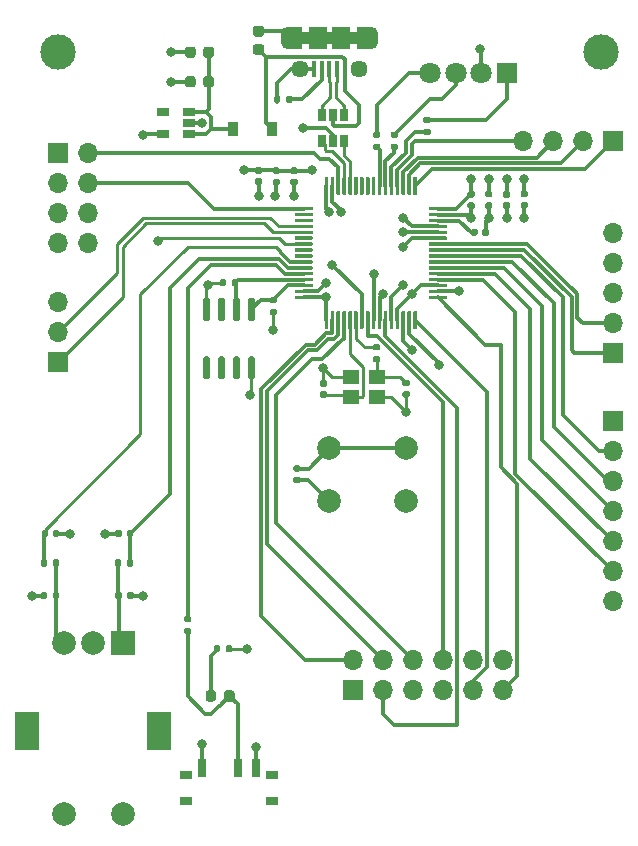
<source format=gbr>
%TF.GenerationSoftware,KiCad,Pcbnew,(5.1.10)-1*%
%TF.CreationDate,2021-11-12T17:46:38-08:00*%
%TF.ProjectId,mouse_proj,6d6f7573-655f-4707-926f-6a2e6b696361,rev?*%
%TF.SameCoordinates,Original*%
%TF.FileFunction,Copper,L1,Top*%
%TF.FilePolarity,Positive*%
%FSLAX46Y46*%
G04 Gerber Fmt 4.6, Leading zero omitted, Abs format (unit mm)*
G04 Created by KiCad (PCBNEW (5.1.10)-1) date 2021-11-12 17:46:38*
%MOMM*%
%LPD*%
G01*
G04 APERTURE LIST*
%TA.AperFunction,ComponentPad*%
%ADD10C,2.000000*%
%TD*%
%TA.AperFunction,ComponentPad*%
%ADD11R,1.800000X1.800000*%
%TD*%
%TA.AperFunction,ComponentPad*%
%ADD12C,1.800000*%
%TD*%
%TA.AperFunction,SMDPad,CuDef*%
%ADD13R,1.500000X1.900000*%
%TD*%
%TA.AperFunction,ComponentPad*%
%ADD14C,1.450000*%
%TD*%
%TA.AperFunction,SMDPad,CuDef*%
%ADD15R,0.400000X1.350000*%
%TD*%
%TA.AperFunction,ComponentPad*%
%ADD16O,1.200000X1.900000*%
%TD*%
%TA.AperFunction,SMDPad,CuDef*%
%ADD17R,1.200000X1.900000*%
%TD*%
%TA.AperFunction,ComponentPad*%
%ADD18R,1.700000X1.700000*%
%TD*%
%TA.AperFunction,ComponentPad*%
%ADD19O,1.700000X1.700000*%
%TD*%
%TA.AperFunction,SMDPad,CuDef*%
%ADD20R,0.700000X1.500000*%
%TD*%
%TA.AperFunction,SMDPad,CuDef*%
%ADD21R,1.000000X0.800000*%
%TD*%
%TA.AperFunction,ComponentPad*%
%ADD22R,2.000000X3.200000*%
%TD*%
%TA.AperFunction,ComponentPad*%
%ADD23R,2.000000X2.000000*%
%TD*%
%TA.AperFunction,ComponentPad*%
%ADD24C,3.000000*%
%TD*%
%TA.AperFunction,SMDPad,CuDef*%
%ADD25R,0.650000X1.060000*%
%TD*%
%TA.AperFunction,SMDPad,CuDef*%
%ADD26R,0.900000X1.200000*%
%TD*%
%TA.AperFunction,SMDPad,CuDef*%
%ADD27R,1.060000X0.650000*%
%TD*%
%TA.AperFunction,SMDPad,CuDef*%
%ADD28R,1.400000X1.200000*%
%TD*%
%TA.AperFunction,ViaPad*%
%ADD29C,0.800000*%
%TD*%
%TA.AperFunction,Conductor*%
%ADD30C,0.300000*%
%TD*%
%TA.AperFunction,Conductor*%
%ADD31C,1.000000*%
%TD*%
%TA.AperFunction,Conductor*%
%ADD32C,0.250000*%
%TD*%
%TA.AperFunction,Conductor*%
%ADD33C,0.261112*%
%TD*%
G04 APERTURE END LIST*
%TO.P,U3,1*%
%TO.N,+3V3*%
%TA.AperFunction,SMDPad,CuDef*%
G36*
G01*
X216825000Y-77450000D02*
X216675000Y-77450000D01*
G75*
G02*
X216600000Y-77375000I0J75000D01*
G01*
X216600000Y-75975000D01*
G75*
G02*
X216675000Y-75900000I75000J0D01*
G01*
X216825000Y-75900000D01*
G75*
G02*
X216900000Y-75975000I0J-75000D01*
G01*
X216900000Y-77375000D01*
G75*
G02*
X216825000Y-77450000I-75000J0D01*
G01*
G37*
%TD.AperFunction*%
%TO.P,U3,2*%
%TO.N,MOUSE00*%
%TA.AperFunction,SMDPad,CuDef*%
G36*
G01*
X217325000Y-77450000D02*
X217175000Y-77450000D01*
G75*
G02*
X217100000Y-77375000I0J75000D01*
G01*
X217100000Y-75975000D01*
G75*
G02*
X217175000Y-75900000I75000J0D01*
G01*
X217325000Y-75900000D01*
G75*
G02*
X217400000Y-75975000I0J-75000D01*
G01*
X217400000Y-77375000D01*
G75*
G02*
X217325000Y-77450000I-75000J0D01*
G01*
G37*
%TD.AperFunction*%
%TO.P,U3,3*%
%TO.N,MOUSE01*%
%TA.AperFunction,SMDPad,CuDef*%
G36*
G01*
X217825000Y-77450000D02*
X217675000Y-77450000D01*
G75*
G02*
X217600000Y-77375000I0J75000D01*
G01*
X217600000Y-75975000D01*
G75*
G02*
X217675000Y-75900000I75000J0D01*
G01*
X217825000Y-75900000D01*
G75*
G02*
X217900000Y-75975000I0J-75000D01*
G01*
X217900000Y-77375000D01*
G75*
G02*
X217825000Y-77450000I-75000J0D01*
G01*
G37*
%TD.AperFunction*%
%TO.P,U3,4*%
%TO.N,MOUSE02*%
%TA.AperFunction,SMDPad,CuDef*%
G36*
G01*
X218325000Y-77450000D02*
X218175000Y-77450000D01*
G75*
G02*
X218100000Y-77375000I0J75000D01*
G01*
X218100000Y-75975000D01*
G75*
G02*
X218175000Y-75900000I75000J0D01*
G01*
X218325000Y-75900000D01*
G75*
G02*
X218400000Y-75975000I0J-75000D01*
G01*
X218400000Y-77375000D01*
G75*
G02*
X218325000Y-77450000I-75000J0D01*
G01*
G37*
%TD.AperFunction*%
%TO.P,U3,5*%
%TO.N,HSE_IN*%
%TA.AperFunction,SMDPad,CuDef*%
G36*
G01*
X218825000Y-77450000D02*
X218675000Y-77450000D01*
G75*
G02*
X218600000Y-77375000I0J75000D01*
G01*
X218600000Y-75975000D01*
G75*
G02*
X218675000Y-75900000I75000J0D01*
G01*
X218825000Y-75900000D01*
G75*
G02*
X218900000Y-75975000I0J-75000D01*
G01*
X218900000Y-77375000D01*
G75*
G02*
X218825000Y-77450000I-75000J0D01*
G01*
G37*
%TD.AperFunction*%
%TO.P,U3,6*%
%TO.N,HSE_OUT*%
%TA.AperFunction,SMDPad,CuDef*%
G36*
G01*
X219325000Y-77450000D02*
X219175000Y-77450000D01*
G75*
G02*
X219100000Y-77375000I0J75000D01*
G01*
X219100000Y-75975000D01*
G75*
G02*
X219175000Y-75900000I75000J0D01*
G01*
X219325000Y-75900000D01*
G75*
G02*
X219400000Y-75975000I0J-75000D01*
G01*
X219400000Y-77375000D01*
G75*
G02*
X219325000Y-77450000I-75000J0D01*
G01*
G37*
%TD.AperFunction*%
%TO.P,U3,7*%
%TO.N,NRST*%
%TA.AperFunction,SMDPad,CuDef*%
G36*
G01*
X219825000Y-77450000D02*
X219675000Y-77450000D01*
G75*
G02*
X219600000Y-77375000I0J75000D01*
G01*
X219600000Y-75975000D01*
G75*
G02*
X219675000Y-75900000I75000J0D01*
G01*
X219825000Y-75900000D01*
G75*
G02*
X219900000Y-75975000I0J-75000D01*
G01*
X219900000Y-77375000D01*
G75*
G02*
X219825000Y-77450000I-75000J0D01*
G01*
G37*
%TD.AperFunction*%
%TO.P,U3,8*%
%TO.N,MOUSE03*%
%TA.AperFunction,SMDPad,CuDef*%
G36*
G01*
X220325000Y-77450000D02*
X220175000Y-77450000D01*
G75*
G02*
X220100000Y-77375000I0J75000D01*
G01*
X220100000Y-75975000D01*
G75*
G02*
X220175000Y-75900000I75000J0D01*
G01*
X220325000Y-75900000D01*
G75*
G02*
X220400000Y-75975000I0J-75000D01*
G01*
X220400000Y-77375000D01*
G75*
G02*
X220325000Y-77450000I-75000J0D01*
G01*
G37*
%TD.AperFunction*%
%TO.P,U3,9*%
%TO.N,MOUSE04*%
%TA.AperFunction,SMDPad,CuDef*%
G36*
G01*
X220825000Y-77450000D02*
X220675000Y-77450000D01*
G75*
G02*
X220600000Y-77375000I0J75000D01*
G01*
X220600000Y-75975000D01*
G75*
G02*
X220675000Y-75900000I75000J0D01*
G01*
X220825000Y-75900000D01*
G75*
G02*
X220900000Y-75975000I0J-75000D01*
G01*
X220900000Y-77375000D01*
G75*
G02*
X220825000Y-77450000I-75000J0D01*
G01*
G37*
%TD.AperFunction*%
%TO.P,U3,10*%
%TO.N,MOUSE05*%
%TA.AperFunction,SMDPad,CuDef*%
G36*
G01*
X221325000Y-77450000D02*
X221175000Y-77450000D01*
G75*
G02*
X221100000Y-77375000I0J75000D01*
G01*
X221100000Y-75975000D01*
G75*
G02*
X221175000Y-75900000I75000J0D01*
G01*
X221325000Y-75900000D01*
G75*
G02*
X221400000Y-75975000I0J-75000D01*
G01*
X221400000Y-77375000D01*
G75*
G02*
X221325000Y-77450000I-75000J0D01*
G01*
G37*
%TD.AperFunction*%
%TO.P,U3,11*%
%TO.N,MOUSE06*%
%TA.AperFunction,SMDPad,CuDef*%
G36*
G01*
X221825000Y-77450000D02*
X221675000Y-77450000D01*
G75*
G02*
X221600000Y-77375000I0J75000D01*
G01*
X221600000Y-75975000D01*
G75*
G02*
X221675000Y-75900000I75000J0D01*
G01*
X221825000Y-75900000D01*
G75*
G02*
X221900000Y-75975000I0J-75000D01*
G01*
X221900000Y-77375000D01*
G75*
G02*
X221825000Y-77450000I-75000J0D01*
G01*
G37*
%TD.AperFunction*%
%TO.P,U3,12*%
%TO.N,GND*%
%TA.AperFunction,SMDPad,CuDef*%
G36*
G01*
X222325000Y-77450000D02*
X222175000Y-77450000D01*
G75*
G02*
X222100000Y-77375000I0J75000D01*
G01*
X222100000Y-75975000D01*
G75*
G02*
X222175000Y-75900000I75000J0D01*
G01*
X222325000Y-75900000D01*
G75*
G02*
X222400000Y-75975000I0J-75000D01*
G01*
X222400000Y-77375000D01*
G75*
G02*
X222325000Y-77450000I-75000J0D01*
G01*
G37*
%TD.AperFunction*%
%TO.P,U3,13*%
%TO.N,+3V3*%
%TA.AperFunction,SMDPad,CuDef*%
G36*
G01*
X222825000Y-77450000D02*
X222675000Y-77450000D01*
G75*
G02*
X222600000Y-77375000I0J75000D01*
G01*
X222600000Y-75975000D01*
G75*
G02*
X222675000Y-75900000I75000J0D01*
G01*
X222825000Y-75900000D01*
G75*
G02*
X222900000Y-75975000I0J-75000D01*
G01*
X222900000Y-77375000D01*
G75*
G02*
X222825000Y-77450000I-75000J0D01*
G01*
G37*
%TD.AperFunction*%
%TO.P,U3,14*%
%TO.N,MOUSE07*%
%TA.AperFunction,SMDPad,CuDef*%
G36*
G01*
X223325000Y-77450000D02*
X223175000Y-77450000D01*
G75*
G02*
X223100000Y-77375000I0J75000D01*
G01*
X223100000Y-75975000D01*
G75*
G02*
X223175000Y-75900000I75000J0D01*
G01*
X223325000Y-75900000D01*
G75*
G02*
X223400000Y-75975000I0J-75000D01*
G01*
X223400000Y-77375000D01*
G75*
G02*
X223325000Y-77450000I-75000J0D01*
G01*
G37*
%TD.AperFunction*%
%TO.P,U3,15*%
%TO.N,MOUSE08*%
%TA.AperFunction,SMDPad,CuDef*%
G36*
G01*
X223825000Y-77450000D02*
X223675000Y-77450000D01*
G75*
G02*
X223600000Y-77375000I0J75000D01*
G01*
X223600000Y-75975000D01*
G75*
G02*
X223675000Y-75900000I75000J0D01*
G01*
X223825000Y-75900000D01*
G75*
G02*
X223900000Y-75975000I0J-75000D01*
G01*
X223900000Y-77375000D01*
G75*
G02*
X223825000Y-77450000I-75000J0D01*
G01*
G37*
%TD.AperFunction*%
%TO.P,U3,16*%
%TO.N,MOUSE09*%
%TA.AperFunction,SMDPad,CuDef*%
G36*
G01*
X224325000Y-77450000D02*
X224175000Y-77450000D01*
G75*
G02*
X224100000Y-77375000I0J75000D01*
G01*
X224100000Y-75975000D01*
G75*
G02*
X224175000Y-75900000I75000J0D01*
G01*
X224325000Y-75900000D01*
G75*
G02*
X224400000Y-75975000I0J-75000D01*
G01*
X224400000Y-77375000D01*
G75*
G02*
X224325000Y-77450000I-75000J0D01*
G01*
G37*
%TD.AperFunction*%
%TO.P,U3,17*%
%TO.N,MOUSE10*%
%TA.AperFunction,SMDPad,CuDef*%
G36*
G01*
X226875000Y-74900000D02*
X225475000Y-74900000D01*
G75*
G02*
X225400000Y-74825000I0J75000D01*
G01*
X225400000Y-74675000D01*
G75*
G02*
X225475000Y-74600000I75000J0D01*
G01*
X226875000Y-74600000D01*
G75*
G02*
X226950000Y-74675000I0J-75000D01*
G01*
X226950000Y-74825000D01*
G75*
G02*
X226875000Y-74900000I-75000J0D01*
G01*
G37*
%TD.AperFunction*%
%TO.P,U3,18*%
%TO.N,GND*%
%TA.AperFunction,SMDPad,CuDef*%
G36*
G01*
X226875000Y-74400000D02*
X225475000Y-74400000D01*
G75*
G02*
X225400000Y-74325000I0J75000D01*
G01*
X225400000Y-74175000D01*
G75*
G02*
X225475000Y-74100000I75000J0D01*
G01*
X226875000Y-74100000D01*
G75*
G02*
X226950000Y-74175000I0J-75000D01*
G01*
X226950000Y-74325000D01*
G75*
G02*
X226875000Y-74400000I-75000J0D01*
G01*
G37*
%TD.AperFunction*%
%TO.P,U3,19*%
%TO.N,+3V3*%
%TA.AperFunction,SMDPad,CuDef*%
G36*
G01*
X226875000Y-73900000D02*
X225475000Y-73900000D01*
G75*
G02*
X225400000Y-73825000I0J75000D01*
G01*
X225400000Y-73675000D01*
G75*
G02*
X225475000Y-73600000I75000J0D01*
G01*
X226875000Y-73600000D01*
G75*
G02*
X226950000Y-73675000I0J-75000D01*
G01*
X226950000Y-73825000D01*
G75*
G02*
X226875000Y-73900000I-75000J0D01*
G01*
G37*
%TD.AperFunction*%
%TO.P,U3,20*%
%TO.N,SPI1_CSN*%
%TA.AperFunction,SMDPad,CuDef*%
G36*
G01*
X226875000Y-73400000D02*
X225475000Y-73400000D01*
G75*
G02*
X225400000Y-73325000I0J75000D01*
G01*
X225400000Y-73175000D01*
G75*
G02*
X225475000Y-73100000I75000J0D01*
G01*
X226875000Y-73100000D01*
G75*
G02*
X226950000Y-73175000I0J-75000D01*
G01*
X226950000Y-73325000D01*
G75*
G02*
X226875000Y-73400000I-75000J0D01*
G01*
G37*
%TD.AperFunction*%
%TO.P,U3,21*%
%TO.N,SPI1_SCLK*%
%TA.AperFunction,SMDPad,CuDef*%
G36*
G01*
X226875000Y-72900000D02*
X225475000Y-72900000D01*
G75*
G02*
X225400000Y-72825000I0J75000D01*
G01*
X225400000Y-72675000D01*
G75*
G02*
X225475000Y-72600000I75000J0D01*
G01*
X226875000Y-72600000D01*
G75*
G02*
X226950000Y-72675000I0J-75000D01*
G01*
X226950000Y-72825000D01*
G75*
G02*
X226875000Y-72900000I-75000J0D01*
G01*
G37*
%TD.AperFunction*%
%TO.P,U3,22*%
%TO.N,SPI1_MISO*%
%TA.AperFunction,SMDPad,CuDef*%
G36*
G01*
X226875000Y-72400000D02*
X225475000Y-72400000D01*
G75*
G02*
X225400000Y-72325000I0J75000D01*
G01*
X225400000Y-72175000D01*
G75*
G02*
X225475000Y-72100000I75000J0D01*
G01*
X226875000Y-72100000D01*
G75*
G02*
X226950000Y-72175000I0J-75000D01*
G01*
X226950000Y-72325000D01*
G75*
G02*
X226875000Y-72400000I-75000J0D01*
G01*
G37*
%TD.AperFunction*%
%TO.P,U3,23*%
%TO.N,SPI1_MOSI*%
%TA.AperFunction,SMDPad,CuDef*%
G36*
G01*
X226875000Y-71900000D02*
X225475000Y-71900000D01*
G75*
G02*
X225400000Y-71825000I0J75000D01*
G01*
X225400000Y-71675000D01*
G75*
G02*
X225475000Y-71600000I75000J0D01*
G01*
X226875000Y-71600000D01*
G75*
G02*
X226950000Y-71675000I0J-75000D01*
G01*
X226950000Y-71825000D01*
G75*
G02*
X226875000Y-71900000I-75000J0D01*
G01*
G37*
%TD.AperFunction*%
%TO.P,U3,24*%
%TO.N,MOTION_TRACK*%
%TA.AperFunction,SMDPad,CuDef*%
G36*
G01*
X226875000Y-71400000D02*
X225475000Y-71400000D01*
G75*
G02*
X225400000Y-71325000I0J75000D01*
G01*
X225400000Y-71175000D01*
G75*
G02*
X225475000Y-71100000I75000J0D01*
G01*
X226875000Y-71100000D01*
G75*
G02*
X226950000Y-71175000I0J-75000D01*
G01*
X226950000Y-71325000D01*
G75*
G02*
X226875000Y-71400000I-75000J0D01*
G01*
G37*
%TD.AperFunction*%
%TO.P,U3,25*%
%TO.N,MOUSE11*%
%TA.AperFunction,SMDPad,CuDef*%
G36*
G01*
X226875000Y-70900000D02*
X225475000Y-70900000D01*
G75*
G02*
X225400000Y-70825000I0J75000D01*
G01*
X225400000Y-70675000D01*
G75*
G02*
X225475000Y-70600000I75000J0D01*
G01*
X226875000Y-70600000D01*
G75*
G02*
X226950000Y-70675000I0J-75000D01*
G01*
X226950000Y-70825000D01*
G75*
G02*
X226875000Y-70900000I-75000J0D01*
G01*
G37*
%TD.AperFunction*%
%TO.P,U3,26*%
%TO.N,MOUSE12*%
%TA.AperFunction,SMDPad,CuDef*%
G36*
G01*
X226875000Y-70400000D02*
X225475000Y-70400000D01*
G75*
G02*
X225400000Y-70325000I0J75000D01*
G01*
X225400000Y-70175000D01*
G75*
G02*
X225475000Y-70100000I75000J0D01*
G01*
X226875000Y-70100000D01*
G75*
G02*
X226950000Y-70175000I0J-75000D01*
G01*
X226950000Y-70325000D01*
G75*
G02*
X226875000Y-70400000I-75000J0D01*
G01*
G37*
%TD.AperFunction*%
%TO.P,U3,27*%
%TO.N,MOUSE13*%
%TA.AperFunction,SMDPad,CuDef*%
G36*
G01*
X226875000Y-69900000D02*
X225475000Y-69900000D01*
G75*
G02*
X225400000Y-69825000I0J75000D01*
G01*
X225400000Y-69675000D01*
G75*
G02*
X225475000Y-69600000I75000J0D01*
G01*
X226875000Y-69600000D01*
G75*
G02*
X226950000Y-69675000I0J-75000D01*
G01*
X226950000Y-69825000D01*
G75*
G02*
X226875000Y-69900000I-75000J0D01*
G01*
G37*
%TD.AperFunction*%
%TO.P,U3,28*%
%TO.N,MOUSE14*%
%TA.AperFunction,SMDPad,CuDef*%
G36*
G01*
X226875000Y-69400000D02*
X225475000Y-69400000D01*
G75*
G02*
X225400000Y-69325000I0J75000D01*
G01*
X225400000Y-69175000D01*
G75*
G02*
X225475000Y-69100000I75000J0D01*
G01*
X226875000Y-69100000D01*
G75*
G02*
X226950000Y-69175000I0J-75000D01*
G01*
X226950000Y-69325000D01*
G75*
G02*
X226875000Y-69400000I-75000J0D01*
G01*
G37*
%TD.AperFunction*%
%TO.P,U3,29*%
%TO.N,MOUSE15*%
%TA.AperFunction,SMDPad,CuDef*%
G36*
G01*
X226875000Y-68900000D02*
X225475000Y-68900000D01*
G75*
G02*
X225400000Y-68825000I0J75000D01*
G01*
X225400000Y-68675000D01*
G75*
G02*
X225475000Y-68600000I75000J0D01*
G01*
X226875000Y-68600000D01*
G75*
G02*
X226950000Y-68675000I0J-75000D01*
G01*
X226950000Y-68825000D01*
G75*
G02*
X226875000Y-68900000I-75000J0D01*
G01*
G37*
%TD.AperFunction*%
%TO.P,U3,30*%
%TO.N,Net-(C19-Pad1)*%
%TA.AperFunction,SMDPad,CuDef*%
G36*
G01*
X226875000Y-68400000D02*
X225475000Y-68400000D01*
G75*
G02*
X225400000Y-68325000I0J75000D01*
G01*
X225400000Y-68175000D01*
G75*
G02*
X225475000Y-68100000I75000J0D01*
G01*
X226875000Y-68100000D01*
G75*
G02*
X226950000Y-68175000I0J-75000D01*
G01*
X226950000Y-68325000D01*
G75*
G02*
X226875000Y-68400000I-75000J0D01*
G01*
G37*
%TD.AperFunction*%
%TO.P,U3,31*%
%TO.N,GND*%
%TA.AperFunction,SMDPad,CuDef*%
G36*
G01*
X226875000Y-67900000D02*
X225475000Y-67900000D01*
G75*
G02*
X225400000Y-67825000I0J75000D01*
G01*
X225400000Y-67675000D01*
G75*
G02*
X225475000Y-67600000I75000J0D01*
G01*
X226875000Y-67600000D01*
G75*
G02*
X226950000Y-67675000I0J-75000D01*
G01*
X226950000Y-67825000D01*
G75*
G02*
X226875000Y-67900000I-75000J0D01*
G01*
G37*
%TD.AperFunction*%
%TO.P,U3,32*%
%TO.N,+3V3*%
%TA.AperFunction,SMDPad,CuDef*%
G36*
G01*
X226875000Y-67400000D02*
X225475000Y-67400000D01*
G75*
G02*
X225400000Y-67325000I0J75000D01*
G01*
X225400000Y-67175000D01*
G75*
G02*
X225475000Y-67100000I75000J0D01*
G01*
X226875000Y-67100000D01*
G75*
G02*
X226950000Y-67175000I0J-75000D01*
G01*
X226950000Y-67325000D01*
G75*
G02*
X226875000Y-67400000I-75000J0D01*
G01*
G37*
%TD.AperFunction*%
%TO.P,U3,33*%
%TO.N,MOUSE16*%
%TA.AperFunction,SMDPad,CuDef*%
G36*
G01*
X224325000Y-66100000D02*
X224175000Y-66100000D01*
G75*
G02*
X224100000Y-66025000I0J75000D01*
G01*
X224100000Y-64625000D01*
G75*
G02*
X224175000Y-64550000I75000J0D01*
G01*
X224325000Y-64550000D01*
G75*
G02*
X224400000Y-64625000I0J-75000D01*
G01*
X224400000Y-66025000D01*
G75*
G02*
X224325000Y-66100000I-75000J0D01*
G01*
G37*
%TD.AperFunction*%
%TO.P,U3,34*%
%TO.N,MOUSE17*%
%TA.AperFunction,SMDPad,CuDef*%
G36*
G01*
X223825000Y-66100000D02*
X223675000Y-66100000D01*
G75*
G02*
X223600000Y-66025000I0J75000D01*
G01*
X223600000Y-64625000D01*
G75*
G02*
X223675000Y-64550000I75000J0D01*
G01*
X223825000Y-64550000D01*
G75*
G02*
X223900000Y-64625000I0J-75000D01*
G01*
X223900000Y-66025000D01*
G75*
G02*
X223825000Y-66100000I-75000J0D01*
G01*
G37*
%TD.AperFunction*%
%TO.P,U3,35*%
%TO.N,MOUSE18*%
%TA.AperFunction,SMDPad,CuDef*%
G36*
G01*
X223325000Y-66100000D02*
X223175000Y-66100000D01*
G75*
G02*
X223100000Y-66025000I0J75000D01*
G01*
X223100000Y-64625000D01*
G75*
G02*
X223175000Y-64550000I75000J0D01*
G01*
X223325000Y-64550000D01*
G75*
G02*
X223400000Y-64625000I0J-75000D01*
G01*
X223400000Y-66025000D01*
G75*
G02*
X223325000Y-66100000I-75000J0D01*
G01*
G37*
%TD.AperFunction*%
%TO.P,U3,36*%
%TO.N,MOUSE19*%
%TA.AperFunction,SMDPad,CuDef*%
G36*
G01*
X222825000Y-66100000D02*
X222675000Y-66100000D01*
G75*
G02*
X222600000Y-66025000I0J75000D01*
G01*
X222600000Y-64625000D01*
G75*
G02*
X222675000Y-64550000I75000J0D01*
G01*
X222825000Y-64550000D01*
G75*
G02*
X222900000Y-64625000I0J-75000D01*
G01*
X222900000Y-66025000D01*
G75*
G02*
X222825000Y-66100000I-75000J0D01*
G01*
G37*
%TD.AperFunction*%
%TO.P,U3,37*%
%TO.N,TIM3_CH1_LEDR*%
%TA.AperFunction,SMDPad,CuDef*%
G36*
G01*
X222325000Y-66100000D02*
X222175000Y-66100000D01*
G75*
G02*
X222100000Y-66025000I0J75000D01*
G01*
X222100000Y-64625000D01*
G75*
G02*
X222175000Y-64550000I75000J0D01*
G01*
X222325000Y-64550000D01*
G75*
G02*
X222400000Y-64625000I0J-75000D01*
G01*
X222400000Y-66025000D01*
G75*
G02*
X222325000Y-66100000I-75000J0D01*
G01*
G37*
%TD.AperFunction*%
%TO.P,U3,38*%
%TO.N,TIM3_CH2_LEDG*%
%TA.AperFunction,SMDPad,CuDef*%
G36*
G01*
X221825000Y-66100000D02*
X221675000Y-66100000D01*
G75*
G02*
X221600000Y-66025000I0J75000D01*
G01*
X221600000Y-64625000D01*
G75*
G02*
X221675000Y-64550000I75000J0D01*
G01*
X221825000Y-64550000D01*
G75*
G02*
X221900000Y-64625000I0J-75000D01*
G01*
X221900000Y-66025000D01*
G75*
G02*
X221825000Y-66100000I-75000J0D01*
G01*
G37*
%TD.AperFunction*%
%TO.P,U3,39*%
%TO.N,TIM3_CH3_LEDB*%
%TA.AperFunction,SMDPad,CuDef*%
G36*
G01*
X221325000Y-66100000D02*
X221175000Y-66100000D01*
G75*
G02*
X221100000Y-66025000I0J75000D01*
G01*
X221100000Y-64625000D01*
G75*
G02*
X221175000Y-64550000I75000J0D01*
G01*
X221325000Y-64550000D01*
G75*
G02*
X221400000Y-64625000I0J-75000D01*
G01*
X221400000Y-66025000D01*
G75*
G02*
X221325000Y-66100000I-75000J0D01*
G01*
G37*
%TD.AperFunction*%
%TO.P,U3,40*%
%TO.N,N/C*%
%TA.AperFunction,SMDPad,CuDef*%
G36*
G01*
X220825000Y-66100000D02*
X220675000Y-66100000D01*
G75*
G02*
X220600000Y-66025000I0J75000D01*
G01*
X220600000Y-64625000D01*
G75*
G02*
X220675000Y-64550000I75000J0D01*
G01*
X220825000Y-64550000D01*
G75*
G02*
X220900000Y-64625000I0J-75000D01*
G01*
X220900000Y-66025000D01*
G75*
G02*
X220825000Y-66100000I-75000J0D01*
G01*
G37*
%TD.AperFunction*%
%TO.P,U3,41*%
%TA.AperFunction,SMDPad,CuDef*%
G36*
G01*
X220325000Y-66100000D02*
X220175000Y-66100000D01*
G75*
G02*
X220100000Y-66025000I0J75000D01*
G01*
X220100000Y-64625000D01*
G75*
G02*
X220175000Y-64550000I75000J0D01*
G01*
X220325000Y-64550000D01*
G75*
G02*
X220400000Y-64625000I0J-75000D01*
G01*
X220400000Y-66025000D01*
G75*
G02*
X220325000Y-66100000I-75000J0D01*
G01*
G37*
%TD.AperFunction*%
%TO.P,U3,42*%
%TA.AperFunction,SMDPad,CuDef*%
G36*
G01*
X219825000Y-66100000D02*
X219675000Y-66100000D01*
G75*
G02*
X219600000Y-66025000I0J75000D01*
G01*
X219600000Y-64625000D01*
G75*
G02*
X219675000Y-64550000I75000J0D01*
G01*
X219825000Y-64550000D01*
G75*
G02*
X219900000Y-64625000I0J-75000D01*
G01*
X219900000Y-66025000D01*
G75*
G02*
X219825000Y-66100000I-75000J0D01*
G01*
G37*
%TD.AperFunction*%
%TO.P,U3,43*%
%TA.AperFunction,SMDPad,CuDef*%
G36*
G01*
X219325000Y-66100000D02*
X219175000Y-66100000D01*
G75*
G02*
X219100000Y-66025000I0J75000D01*
G01*
X219100000Y-64625000D01*
G75*
G02*
X219175000Y-64550000I75000J0D01*
G01*
X219325000Y-64550000D01*
G75*
G02*
X219400000Y-64625000I0J-75000D01*
G01*
X219400000Y-66025000D01*
G75*
G02*
X219325000Y-66100000I-75000J0D01*
G01*
G37*
%TD.AperFunction*%
%TO.P,U3,44*%
%TO.N,USB_PIN-*%
%TA.AperFunction,SMDPad,CuDef*%
G36*
G01*
X218825000Y-66100000D02*
X218675000Y-66100000D01*
G75*
G02*
X218600000Y-66025000I0J75000D01*
G01*
X218600000Y-64625000D01*
G75*
G02*
X218675000Y-64550000I75000J0D01*
G01*
X218825000Y-64550000D01*
G75*
G02*
X218900000Y-64625000I0J-75000D01*
G01*
X218900000Y-66025000D01*
G75*
G02*
X218825000Y-66100000I-75000J0D01*
G01*
G37*
%TD.AperFunction*%
%TO.P,U3,45*%
%TO.N,USB_PIN+*%
%TA.AperFunction,SMDPad,CuDef*%
G36*
G01*
X218325000Y-66100000D02*
X218175000Y-66100000D01*
G75*
G02*
X218100000Y-66025000I0J75000D01*
G01*
X218100000Y-64625000D01*
G75*
G02*
X218175000Y-64550000I75000J0D01*
G01*
X218325000Y-64550000D01*
G75*
G02*
X218400000Y-64625000I0J-75000D01*
G01*
X218400000Y-66025000D01*
G75*
G02*
X218325000Y-66100000I-75000J0D01*
G01*
G37*
%TD.AperFunction*%
%TO.P,U3,46*%
%TO.N,SWDIO*%
%TA.AperFunction,SMDPad,CuDef*%
G36*
G01*
X217825000Y-66100000D02*
X217675000Y-66100000D01*
G75*
G02*
X217600000Y-66025000I0J75000D01*
G01*
X217600000Y-64625000D01*
G75*
G02*
X217675000Y-64550000I75000J0D01*
G01*
X217825000Y-64550000D01*
G75*
G02*
X217900000Y-64625000I0J-75000D01*
G01*
X217900000Y-66025000D01*
G75*
G02*
X217825000Y-66100000I-75000J0D01*
G01*
G37*
%TD.AperFunction*%
%TO.P,U3,47*%
%TO.N,GND*%
%TA.AperFunction,SMDPad,CuDef*%
G36*
G01*
X217325000Y-66100000D02*
X217175000Y-66100000D01*
G75*
G02*
X217100000Y-66025000I0J75000D01*
G01*
X217100000Y-64625000D01*
G75*
G02*
X217175000Y-64550000I75000J0D01*
G01*
X217325000Y-64550000D01*
G75*
G02*
X217400000Y-64625000I0J-75000D01*
G01*
X217400000Y-66025000D01*
G75*
G02*
X217325000Y-66100000I-75000J0D01*
G01*
G37*
%TD.AperFunction*%
%TO.P,U3,48*%
%TO.N,+3V3*%
%TA.AperFunction,SMDPad,CuDef*%
G36*
G01*
X216825000Y-66100000D02*
X216675000Y-66100000D01*
G75*
G02*
X216600000Y-66025000I0J75000D01*
G01*
X216600000Y-64625000D01*
G75*
G02*
X216675000Y-64550000I75000J0D01*
G01*
X216825000Y-64550000D01*
G75*
G02*
X216900000Y-64625000I0J-75000D01*
G01*
X216900000Y-66025000D01*
G75*
G02*
X216825000Y-66100000I-75000J0D01*
G01*
G37*
%TD.AperFunction*%
%TO.P,U3,49*%
%TO.N,SWCLK*%
%TA.AperFunction,SMDPad,CuDef*%
G36*
G01*
X215525000Y-67400000D02*
X214125000Y-67400000D01*
G75*
G02*
X214050000Y-67325000I0J75000D01*
G01*
X214050000Y-67175000D01*
G75*
G02*
X214125000Y-67100000I75000J0D01*
G01*
X215525000Y-67100000D01*
G75*
G02*
X215600000Y-67175000I0J-75000D01*
G01*
X215600000Y-67325000D01*
G75*
G02*
X215525000Y-67400000I-75000J0D01*
G01*
G37*
%TD.AperFunction*%
%TO.P,U3,50*%
%TO.N,N/C*%
%TA.AperFunction,SMDPad,CuDef*%
G36*
G01*
X215525000Y-67900000D02*
X214125000Y-67900000D01*
G75*
G02*
X214050000Y-67825000I0J75000D01*
G01*
X214050000Y-67675000D01*
G75*
G02*
X214125000Y-67600000I75000J0D01*
G01*
X215525000Y-67600000D01*
G75*
G02*
X215600000Y-67675000I0J-75000D01*
G01*
X215600000Y-67825000D01*
G75*
G02*
X215525000Y-67900000I-75000J0D01*
G01*
G37*
%TD.AperFunction*%
%TO.P,U3,51*%
%TA.AperFunction,SMDPad,CuDef*%
G36*
G01*
X215525000Y-68400000D02*
X214125000Y-68400000D01*
G75*
G02*
X214050000Y-68325000I0J75000D01*
G01*
X214050000Y-68175000D01*
G75*
G02*
X214125000Y-68100000I75000J0D01*
G01*
X215525000Y-68100000D01*
G75*
G02*
X215600000Y-68175000I0J-75000D01*
G01*
X215600000Y-68325000D01*
G75*
G02*
X215525000Y-68400000I-75000J0D01*
G01*
G37*
%TD.AperFunction*%
%TO.P,U3,52*%
%TO.N,MOUSERIGHT*%
%TA.AperFunction,SMDPad,CuDef*%
G36*
G01*
X215525000Y-68900000D02*
X214125000Y-68900000D01*
G75*
G02*
X214050000Y-68825000I0J75000D01*
G01*
X214050000Y-68675000D01*
G75*
G02*
X214125000Y-68600000I75000J0D01*
G01*
X215525000Y-68600000D01*
G75*
G02*
X215600000Y-68675000I0J-75000D01*
G01*
X215600000Y-68825000D01*
G75*
G02*
X215525000Y-68900000I-75000J0D01*
G01*
G37*
%TD.AperFunction*%
%TO.P,U3,53*%
%TO.N,MOUSELEFT*%
%TA.AperFunction,SMDPad,CuDef*%
G36*
G01*
X215525000Y-69400000D02*
X214125000Y-69400000D01*
G75*
G02*
X214050000Y-69325000I0J75000D01*
G01*
X214050000Y-69175000D01*
G75*
G02*
X214125000Y-69100000I75000J0D01*
G01*
X215525000Y-69100000D01*
G75*
G02*
X215600000Y-69175000I0J-75000D01*
G01*
X215600000Y-69325000D01*
G75*
G02*
X215525000Y-69400000I-75000J0D01*
G01*
G37*
%TD.AperFunction*%
%TO.P,U3,54*%
%TO.N,N/C*%
%TA.AperFunction,SMDPad,CuDef*%
G36*
G01*
X215525000Y-69900000D02*
X214125000Y-69900000D01*
G75*
G02*
X214050000Y-69825000I0J75000D01*
G01*
X214050000Y-69675000D01*
G75*
G02*
X214125000Y-69600000I75000J0D01*
G01*
X215525000Y-69600000D01*
G75*
G02*
X215600000Y-69675000I0J-75000D01*
G01*
X215600000Y-69825000D01*
G75*
G02*
X215525000Y-69900000I-75000J0D01*
G01*
G37*
%TD.AperFunction*%
%TO.P,U3,55*%
%TO.N,SWO*%
%TA.AperFunction,SMDPad,CuDef*%
G36*
G01*
X215525000Y-70400000D02*
X214125000Y-70400000D01*
G75*
G02*
X214050000Y-70325000I0J75000D01*
G01*
X214050000Y-70175000D01*
G75*
G02*
X214125000Y-70100000I75000J0D01*
G01*
X215525000Y-70100000D01*
G75*
G02*
X215600000Y-70175000I0J-75000D01*
G01*
X215600000Y-70325000D01*
G75*
G02*
X215525000Y-70400000I-75000J0D01*
G01*
G37*
%TD.AperFunction*%
%TO.P,U3,56*%
%TO.N,N/C*%
%TA.AperFunction,SMDPad,CuDef*%
G36*
G01*
X215525000Y-70900000D02*
X214125000Y-70900000D01*
G75*
G02*
X214050000Y-70825000I0J75000D01*
G01*
X214050000Y-70675000D01*
G75*
G02*
X214125000Y-70600000I75000J0D01*
G01*
X215525000Y-70600000D01*
G75*
G02*
X215600000Y-70675000I0J-75000D01*
G01*
X215600000Y-70825000D01*
G75*
G02*
X215525000Y-70900000I-75000J0D01*
G01*
G37*
%TD.AperFunction*%
%TO.P,U3,57*%
%TA.AperFunction,SMDPad,CuDef*%
G36*
G01*
X215525000Y-71400000D02*
X214125000Y-71400000D01*
G75*
G02*
X214050000Y-71325000I0J75000D01*
G01*
X214050000Y-71175000D01*
G75*
G02*
X214125000Y-71100000I75000J0D01*
G01*
X215525000Y-71100000D01*
G75*
G02*
X215600000Y-71175000I0J-75000D01*
G01*
X215600000Y-71325000D01*
G75*
G02*
X215525000Y-71400000I-75000J0D01*
G01*
G37*
%TD.AperFunction*%
%TO.P,U3,58*%
%TO.N,TIM4_CH1_CLK*%
%TA.AperFunction,SMDPad,CuDef*%
G36*
G01*
X215525000Y-71900000D02*
X214125000Y-71900000D01*
G75*
G02*
X214050000Y-71825000I0J75000D01*
G01*
X214050000Y-71675000D01*
G75*
G02*
X214125000Y-71600000I75000J0D01*
G01*
X215525000Y-71600000D01*
G75*
G02*
X215600000Y-71675000I0J-75000D01*
G01*
X215600000Y-71825000D01*
G75*
G02*
X215525000Y-71900000I-75000J0D01*
G01*
G37*
%TD.AperFunction*%
%TO.P,U3,59*%
%TO.N,TIM4_CH2_DT*%
%TA.AperFunction,SMDPad,CuDef*%
G36*
G01*
X215525000Y-72400000D02*
X214125000Y-72400000D01*
G75*
G02*
X214050000Y-72325000I0J75000D01*
G01*
X214050000Y-72175000D01*
G75*
G02*
X214125000Y-72100000I75000J0D01*
G01*
X215525000Y-72100000D01*
G75*
G02*
X215600000Y-72175000I0J-75000D01*
G01*
X215600000Y-72325000D01*
G75*
G02*
X215525000Y-72400000I-75000J0D01*
G01*
G37*
%TD.AperFunction*%
%TO.P,U3,60*%
%TO.N,BOOT*%
%TA.AperFunction,SMDPad,CuDef*%
G36*
G01*
X215525000Y-72900000D02*
X214125000Y-72900000D01*
G75*
G02*
X214050000Y-72825000I0J75000D01*
G01*
X214050000Y-72675000D01*
G75*
G02*
X214125000Y-72600000I75000J0D01*
G01*
X215525000Y-72600000D01*
G75*
G02*
X215600000Y-72675000I0J-75000D01*
G01*
X215600000Y-72825000D01*
G75*
G02*
X215525000Y-72900000I-75000J0D01*
G01*
G37*
%TD.AperFunction*%
%TO.P,U3,61*%
%TO.N,I2C1_SCL*%
%TA.AperFunction,SMDPad,CuDef*%
G36*
G01*
X215525000Y-73400000D02*
X214125000Y-73400000D01*
G75*
G02*
X214050000Y-73325000I0J75000D01*
G01*
X214050000Y-73175000D01*
G75*
G02*
X214125000Y-73100000I75000J0D01*
G01*
X215525000Y-73100000D01*
G75*
G02*
X215600000Y-73175000I0J-75000D01*
G01*
X215600000Y-73325000D01*
G75*
G02*
X215525000Y-73400000I-75000J0D01*
G01*
G37*
%TD.AperFunction*%
%TO.P,U3,62*%
%TO.N,I2C1_SDA*%
%TA.AperFunction,SMDPad,CuDef*%
G36*
G01*
X215525000Y-73900000D02*
X214125000Y-73900000D01*
G75*
G02*
X214050000Y-73825000I0J75000D01*
G01*
X214050000Y-73675000D01*
G75*
G02*
X214125000Y-73600000I75000J0D01*
G01*
X215525000Y-73600000D01*
G75*
G02*
X215600000Y-73675000I0J-75000D01*
G01*
X215600000Y-73825000D01*
G75*
G02*
X215525000Y-73900000I-75000J0D01*
G01*
G37*
%TD.AperFunction*%
%TO.P,U3,63*%
%TO.N,GND*%
%TA.AperFunction,SMDPad,CuDef*%
G36*
G01*
X215525000Y-74400000D02*
X214125000Y-74400000D01*
G75*
G02*
X214050000Y-74325000I0J75000D01*
G01*
X214050000Y-74175000D01*
G75*
G02*
X214125000Y-74100000I75000J0D01*
G01*
X215525000Y-74100000D01*
G75*
G02*
X215600000Y-74175000I0J-75000D01*
G01*
X215600000Y-74325000D01*
G75*
G02*
X215525000Y-74400000I-75000J0D01*
G01*
G37*
%TD.AperFunction*%
%TO.P,U3,64*%
%TO.N,+3V3*%
%TA.AperFunction,SMDPad,CuDef*%
G36*
G01*
X215525000Y-74900000D02*
X214125000Y-74900000D01*
G75*
G02*
X214050000Y-74825000I0J75000D01*
G01*
X214050000Y-74675000D01*
G75*
G02*
X214125000Y-74600000I75000J0D01*
G01*
X215525000Y-74600000D01*
G75*
G02*
X215600000Y-74675000I0J-75000D01*
G01*
X215600000Y-74825000D01*
G75*
G02*
X215525000Y-74900000I-75000J0D01*
G01*
G37*
%TD.AperFunction*%
%TD*%
D10*
%TO.P,SW2,2*%
%TO.N,NRST*%
X223500000Y-87500000D03*
%TO.P,SW2,1*%
%TO.N,GND*%
X223500000Y-92000000D03*
%TO.P,SW2,2*%
%TO.N,NRST*%
X217000000Y-87500000D03*
%TO.P,SW2,1*%
%TO.N,GND*%
X217000000Y-92000000D03*
%TD*%
%TO.P,C14,2*%
%TO.N,GND*%
%TA.AperFunction,SMDPad,CuDef*%
G36*
G01*
X230330000Y-66700000D02*
X230670000Y-66700000D01*
G75*
G02*
X230810000Y-66840000I0J-140000D01*
G01*
X230810000Y-67120000D01*
G75*
G02*
X230670000Y-67260000I-140000J0D01*
G01*
X230330000Y-67260000D01*
G75*
G02*
X230190000Y-67120000I0J140000D01*
G01*
X230190000Y-66840000D01*
G75*
G02*
X230330000Y-66700000I140000J0D01*
G01*
G37*
%TD.AperFunction*%
%TO.P,C14,1*%
%TO.N,+3V3*%
%TA.AperFunction,SMDPad,CuDef*%
G36*
G01*
X230330000Y-65740000D02*
X230670000Y-65740000D01*
G75*
G02*
X230810000Y-65880000I0J-140000D01*
G01*
X230810000Y-66160000D01*
G75*
G02*
X230670000Y-66300000I-140000J0D01*
G01*
X230330000Y-66300000D01*
G75*
G02*
X230190000Y-66160000I0J140000D01*
G01*
X230190000Y-65880000D01*
G75*
G02*
X230330000Y-65740000I140000J0D01*
G01*
G37*
%TD.AperFunction*%
%TD*%
%TO.P,C11,1*%
%TO.N,+3V3*%
%TA.AperFunction,SMDPad,CuDef*%
G36*
G01*
X231830000Y-65760000D02*
X232170000Y-65760000D01*
G75*
G02*
X232310000Y-65900000I0J-140000D01*
G01*
X232310000Y-66180000D01*
G75*
G02*
X232170000Y-66320000I-140000J0D01*
G01*
X231830000Y-66320000D01*
G75*
G02*
X231690000Y-66180000I0J140000D01*
G01*
X231690000Y-65900000D01*
G75*
G02*
X231830000Y-65760000I140000J0D01*
G01*
G37*
%TD.AperFunction*%
%TO.P,C11,2*%
%TO.N,GND*%
%TA.AperFunction,SMDPad,CuDef*%
G36*
G01*
X231830000Y-66720000D02*
X232170000Y-66720000D01*
G75*
G02*
X232310000Y-66860000I0J-140000D01*
G01*
X232310000Y-67140000D01*
G75*
G02*
X232170000Y-67280000I-140000J0D01*
G01*
X231830000Y-67280000D01*
G75*
G02*
X231690000Y-67140000I0J140000D01*
G01*
X231690000Y-66860000D01*
G75*
G02*
X231830000Y-66720000I140000J0D01*
G01*
G37*
%TD.AperFunction*%
%TD*%
%TO.P,C12,2*%
%TO.N,GND*%
%TA.AperFunction,SMDPad,CuDef*%
G36*
G01*
X233330000Y-66680000D02*
X233670000Y-66680000D01*
G75*
G02*
X233810000Y-66820000I0J-140000D01*
G01*
X233810000Y-67100000D01*
G75*
G02*
X233670000Y-67240000I-140000J0D01*
G01*
X233330000Y-67240000D01*
G75*
G02*
X233190000Y-67100000I0J140000D01*
G01*
X233190000Y-66820000D01*
G75*
G02*
X233330000Y-66680000I140000J0D01*
G01*
G37*
%TD.AperFunction*%
%TO.P,C12,1*%
%TO.N,+3V3*%
%TA.AperFunction,SMDPad,CuDef*%
G36*
G01*
X233330000Y-65720000D02*
X233670000Y-65720000D01*
G75*
G02*
X233810000Y-65860000I0J-140000D01*
G01*
X233810000Y-66140000D01*
G75*
G02*
X233670000Y-66280000I-140000J0D01*
G01*
X233330000Y-66280000D01*
G75*
G02*
X233190000Y-66140000I0J140000D01*
G01*
X233190000Y-65860000D01*
G75*
G02*
X233330000Y-65720000I140000J0D01*
G01*
G37*
%TD.AperFunction*%
%TD*%
%TO.P,C13,1*%
%TO.N,+3V3*%
%TA.AperFunction,SMDPad,CuDef*%
G36*
G01*
X211170000Y-65240000D02*
X210830000Y-65240000D01*
G75*
G02*
X210690000Y-65100000I0J140000D01*
G01*
X210690000Y-64820000D01*
G75*
G02*
X210830000Y-64680000I140000J0D01*
G01*
X211170000Y-64680000D01*
G75*
G02*
X211310000Y-64820000I0J-140000D01*
G01*
X211310000Y-65100000D01*
G75*
G02*
X211170000Y-65240000I-140000J0D01*
G01*
G37*
%TD.AperFunction*%
%TO.P,C13,2*%
%TO.N,GND*%
%TA.AperFunction,SMDPad,CuDef*%
G36*
G01*
X211170000Y-64280000D02*
X210830000Y-64280000D01*
G75*
G02*
X210690000Y-64140000I0J140000D01*
G01*
X210690000Y-63860000D01*
G75*
G02*
X210830000Y-63720000I140000J0D01*
G01*
X211170000Y-63720000D01*
G75*
G02*
X211310000Y-63860000I0J-140000D01*
G01*
X211310000Y-64140000D01*
G75*
G02*
X211170000Y-64280000I-140000J0D01*
G01*
G37*
%TD.AperFunction*%
%TD*%
%TO.P,C9,1*%
%TO.N,+3V3*%
%TA.AperFunction,SMDPad,CuDef*%
G36*
G01*
X212670000Y-65280000D02*
X212330000Y-65280000D01*
G75*
G02*
X212190000Y-65140000I0J140000D01*
G01*
X212190000Y-64860000D01*
G75*
G02*
X212330000Y-64720000I140000J0D01*
G01*
X212670000Y-64720000D01*
G75*
G02*
X212810000Y-64860000I0J-140000D01*
G01*
X212810000Y-65140000D01*
G75*
G02*
X212670000Y-65280000I-140000J0D01*
G01*
G37*
%TD.AperFunction*%
%TO.P,C9,2*%
%TO.N,GND*%
%TA.AperFunction,SMDPad,CuDef*%
G36*
G01*
X212670000Y-64320000D02*
X212330000Y-64320000D01*
G75*
G02*
X212190000Y-64180000I0J140000D01*
G01*
X212190000Y-63900000D01*
G75*
G02*
X212330000Y-63760000I140000J0D01*
G01*
X212670000Y-63760000D01*
G75*
G02*
X212810000Y-63900000I0J-140000D01*
G01*
X212810000Y-64180000D01*
G75*
G02*
X212670000Y-64320000I-140000J0D01*
G01*
G37*
%TD.AperFunction*%
%TD*%
%TO.P,C10,2*%
%TO.N,GND*%
%TA.AperFunction,SMDPad,CuDef*%
G36*
G01*
X214170000Y-64320000D02*
X213830000Y-64320000D01*
G75*
G02*
X213690000Y-64180000I0J140000D01*
G01*
X213690000Y-63900000D01*
G75*
G02*
X213830000Y-63760000I140000J0D01*
G01*
X214170000Y-63760000D01*
G75*
G02*
X214310000Y-63900000I0J-140000D01*
G01*
X214310000Y-64180000D01*
G75*
G02*
X214170000Y-64320000I-140000J0D01*
G01*
G37*
%TD.AperFunction*%
%TO.P,C10,1*%
%TO.N,+3V3*%
%TA.AperFunction,SMDPad,CuDef*%
G36*
G01*
X214170000Y-65280000D02*
X213830000Y-65280000D01*
G75*
G02*
X213690000Y-65140000I0J140000D01*
G01*
X213690000Y-64860000D01*
G75*
G02*
X213830000Y-64720000I140000J0D01*
G01*
X214170000Y-64720000D01*
G75*
G02*
X214310000Y-64860000I0J-140000D01*
G01*
X214310000Y-65140000D01*
G75*
G02*
X214170000Y-65280000I-140000J0D01*
G01*
G37*
%TD.AperFunction*%
%TD*%
%TO.P,C7,1*%
%TO.N,+3V3*%
%TA.AperFunction,SMDPad,CuDef*%
G36*
G01*
X228830000Y-65760000D02*
X229170000Y-65760000D01*
G75*
G02*
X229310000Y-65900000I0J-140000D01*
G01*
X229310000Y-66180000D01*
G75*
G02*
X229170000Y-66320000I-140000J0D01*
G01*
X228830000Y-66320000D01*
G75*
G02*
X228690000Y-66180000I0J140000D01*
G01*
X228690000Y-65900000D01*
G75*
G02*
X228830000Y-65760000I140000J0D01*
G01*
G37*
%TD.AperFunction*%
%TO.P,C7,2*%
%TO.N,GND*%
%TA.AperFunction,SMDPad,CuDef*%
G36*
G01*
X228830000Y-66720000D02*
X229170000Y-66720000D01*
G75*
G02*
X229310000Y-66860000I0J-140000D01*
G01*
X229310000Y-67140000D01*
G75*
G02*
X229170000Y-67280000I-140000J0D01*
G01*
X228830000Y-67280000D01*
G75*
G02*
X228690000Y-67140000I0J140000D01*
G01*
X228690000Y-66860000D01*
G75*
G02*
X228830000Y-66720000I140000J0D01*
G01*
G37*
%TD.AperFunction*%
%TD*%
D11*
%TO.P,D2,1*%
%TO.N,Net-(D2-Pad1)*%
X232000000Y-55750000D03*
D12*
%TO.P,D2,2*%
%TO.N,GND*%
X229841000Y-55750000D03*
%TO.P,D2,3*%
%TO.N,Net-(D2-Pad3)*%
X227682000Y-55750000D03*
%TO.P,D2,4*%
%TO.N,Net-(D2-Pad4)*%
X225523000Y-55750000D03*
%TD*%
D13*
%TO.P,J1,6*%
%TO.N,GND*%
X216000000Y-52762500D03*
D14*
X219500000Y-55462500D03*
D15*
%TO.P,J1,2*%
%TO.N,/USB_CONN-*%
X217650000Y-55462500D03*
%TO.P,J1,1*%
%TO.N,+5V*%
X218300000Y-55462500D03*
%TO.P,J1,5*%
%TO.N,GND*%
X215700000Y-55462500D03*
%TO.P,J1,4*%
%TO.N,Net-(J1-Pad4)*%
X216350000Y-55462500D03*
%TO.P,J1,3*%
%TO.N,/USB_CONN+*%
X217000000Y-55462500D03*
D14*
%TO.P,J1,6*%
%TO.N,GND*%
X214500000Y-55462500D03*
D13*
X218000000Y-52762500D03*
D16*
X220500000Y-52762500D03*
X213500000Y-52762500D03*
D17*
X214100000Y-52762500D03*
X219900000Y-52762500D03*
%TD*%
D18*
%TO.P,J2,1*%
%TO.N,+3V3*%
X241000000Y-85250000D03*
D19*
%TO.P,J2,2*%
%TO.N,MOTION_TRACK*%
X241000000Y-87790000D03*
%TO.P,J2,3*%
%TO.N,SPI1_MOSI*%
X241000000Y-90330000D03*
%TO.P,J2,4*%
%TO.N,SPI1_MISO*%
X241000000Y-92870000D03*
%TO.P,J2,5*%
%TO.N,SPI1_SCLK*%
X241000000Y-95410000D03*
%TO.P,J2,6*%
%TO.N,SPI1_CSN*%
X241000000Y-97950000D03*
%TO.P,J2,7*%
%TO.N,GND*%
X241000000Y-100490000D03*
%TD*%
D18*
%TO.P,J4,1*%
%TO.N,MOUSELEFT*%
X194000000Y-80250000D03*
D19*
%TO.P,J4,2*%
%TO.N,MOUSERIGHT*%
X194000000Y-77710000D03*
%TO.P,J4,3*%
%TO.N,+3V3*%
X194000000Y-75170000D03*
%TD*%
D18*
%TO.P,J5,1*%
%TO.N,+3V3*%
X194000000Y-62500000D03*
D19*
%TO.P,J5,2*%
%TO.N,SWDIO*%
X196540000Y-62500000D03*
%TO.P,J5,3*%
%TO.N,+3V3*%
X194000000Y-65040000D03*
%TO.P,J5,4*%
%TO.N,SWCLK*%
X196540000Y-65040000D03*
%TO.P,J5,5*%
%TO.N,GND*%
X194000000Y-67580000D03*
%TO.P,J5,6*%
%TO.N,NRST*%
X196540000Y-67580000D03*
%TO.P,J5,7*%
%TO.N,GND*%
X194000000Y-70120000D03*
%TO.P,J5,8*%
%TO.N,SWO*%
X196540000Y-70120000D03*
%TD*%
D20*
%TO.P,SW1,1*%
%TO.N,+3V3*%
X206250000Y-114570000D03*
%TO.P,SW1,2*%
%TO.N,Net-(D3-Pad2)*%
X209250000Y-114570000D03*
%TO.P,SW1,3*%
%TO.N,GND*%
X210750000Y-114570000D03*
D21*
%TO.P,SW1,*%
%TO.N,*%
X204850000Y-117430000D03*
X212150000Y-117430000D03*
X212150000Y-115220000D03*
X204850000Y-115220000D03*
%TD*%
D10*
%TO.P,SW3,S1*%
%TO.N,N/C*%
X194500000Y-118500000D03*
%TO.P,SW3,S2*%
X199500000Y-118500000D03*
D22*
%TO.P,SW3,MP*%
X191400000Y-111500000D03*
X202600000Y-111500000D03*
D10*
%TO.P,SW3,B*%
%TO.N,Net-(R8-Pad2)*%
X194500000Y-104000000D03*
%TO.P,SW3,C*%
%TO.N,GND*%
X197000000Y-104000000D03*
D23*
%TO.P,SW3,A*%
%TO.N,Net-(R3-Pad1)*%
X199500000Y-104000000D03*
%TD*%
D24*
%TO.P,TP1,1*%
%TO.N,GND*%
X194000000Y-54000000D03*
%TD*%
%TO.P,TP2,1*%
%TO.N,+3V3*%
X240000000Y-54000000D03*
%TD*%
D25*
%TO.P,U1,1*%
%TO.N,USB_PIN+*%
X216375000Y-61525000D03*
%TO.P,U1,2*%
%TO.N,GND*%
X217325000Y-61525000D03*
%TO.P,U1,3*%
%TO.N,USB_PIN-*%
X218275000Y-61525000D03*
%TO.P,U1,4*%
%TO.N,/USB_CONN-*%
X218275000Y-59325000D03*
%TO.P,U1,6*%
%TO.N,/USB_CONN+*%
X216375000Y-59325000D03*
%TO.P,U1,5*%
%TO.N,+5V*%
X217325000Y-59325000D03*
%TD*%
%TO.P,C1,2*%
%TO.N,GND*%
%TA.AperFunction,SMDPad,CuDef*%
G36*
G01*
X216670000Y-82320000D02*
X216330000Y-82320000D01*
G75*
G02*
X216190000Y-82180000I0J140000D01*
G01*
X216190000Y-81900000D01*
G75*
G02*
X216330000Y-81760000I140000J0D01*
G01*
X216670000Y-81760000D01*
G75*
G02*
X216810000Y-81900000I0J-140000D01*
G01*
X216810000Y-82180000D01*
G75*
G02*
X216670000Y-82320000I-140000J0D01*
G01*
G37*
%TD.AperFunction*%
%TO.P,C1,1*%
%TO.N,HSE_IN*%
%TA.AperFunction,SMDPad,CuDef*%
G36*
G01*
X216670000Y-83280000D02*
X216330000Y-83280000D01*
G75*
G02*
X216190000Y-83140000I0J140000D01*
G01*
X216190000Y-82860000D01*
G75*
G02*
X216330000Y-82720000I140000J0D01*
G01*
X216670000Y-82720000D01*
G75*
G02*
X216810000Y-82860000I0J-140000D01*
G01*
X216810000Y-83140000D01*
G75*
G02*
X216670000Y-83280000I-140000J0D01*
G01*
G37*
%TD.AperFunction*%
%TD*%
%TO.P,C2,1*%
%TO.N,Net-(C2-Pad1)*%
%TA.AperFunction,SMDPad,CuDef*%
G36*
G01*
X223330000Y-81720000D02*
X223670000Y-81720000D01*
G75*
G02*
X223810000Y-81860000I0J-140000D01*
G01*
X223810000Y-82140000D01*
G75*
G02*
X223670000Y-82280000I-140000J0D01*
G01*
X223330000Y-82280000D01*
G75*
G02*
X223190000Y-82140000I0J140000D01*
G01*
X223190000Y-81860000D01*
G75*
G02*
X223330000Y-81720000I140000J0D01*
G01*
G37*
%TD.AperFunction*%
%TO.P,C2,2*%
%TO.N,GND*%
%TA.AperFunction,SMDPad,CuDef*%
G36*
G01*
X223330000Y-82680000D02*
X223670000Y-82680000D01*
G75*
G02*
X223810000Y-82820000I0J-140000D01*
G01*
X223810000Y-83100000D01*
G75*
G02*
X223670000Y-83240000I-140000J0D01*
G01*
X223330000Y-83240000D01*
G75*
G02*
X223190000Y-83100000I0J140000D01*
G01*
X223190000Y-82820000D01*
G75*
G02*
X223330000Y-82680000I140000J0D01*
G01*
G37*
%TD.AperFunction*%
%TD*%
%TO.P,C3,1*%
%TO.N,+5V*%
%TA.AperFunction,SMDPad,CuDef*%
G36*
G01*
X211250000Y-54225000D02*
X210750000Y-54225000D01*
G75*
G02*
X210525000Y-54000000I0J225000D01*
G01*
X210525000Y-53550000D01*
G75*
G02*
X210750000Y-53325000I225000J0D01*
G01*
X211250000Y-53325000D01*
G75*
G02*
X211475000Y-53550000I0J-225000D01*
G01*
X211475000Y-54000000D01*
G75*
G02*
X211250000Y-54225000I-225000J0D01*
G01*
G37*
%TD.AperFunction*%
%TO.P,C3,2*%
%TO.N,GND*%
%TA.AperFunction,SMDPad,CuDef*%
G36*
G01*
X211250000Y-52675000D02*
X210750000Y-52675000D01*
G75*
G02*
X210525000Y-52450000I0J225000D01*
G01*
X210525000Y-52000000D01*
G75*
G02*
X210750000Y-51775000I225000J0D01*
G01*
X211250000Y-51775000D01*
G75*
G02*
X211475000Y-52000000I0J-225000D01*
G01*
X211475000Y-52450000D01*
G75*
G02*
X211250000Y-52675000I-225000J0D01*
G01*
G37*
%TD.AperFunction*%
%TD*%
%TO.P,C4,2*%
%TO.N,GND*%
%TA.AperFunction,SMDPad,CuDef*%
G36*
G01*
X205675000Y-53750000D02*
X205675000Y-54250000D01*
G75*
G02*
X205450000Y-54475000I-225000J0D01*
G01*
X205000000Y-54475000D01*
G75*
G02*
X204775000Y-54250000I0J225000D01*
G01*
X204775000Y-53750000D01*
G75*
G02*
X205000000Y-53525000I225000J0D01*
G01*
X205450000Y-53525000D01*
G75*
G02*
X205675000Y-53750000I0J-225000D01*
G01*
G37*
%TD.AperFunction*%
%TO.P,C4,1*%
%TO.N,Net-(C4-Pad1)*%
%TA.AperFunction,SMDPad,CuDef*%
G36*
G01*
X207225000Y-53750000D02*
X207225000Y-54250000D01*
G75*
G02*
X207000000Y-54475000I-225000J0D01*
G01*
X206550000Y-54475000D01*
G75*
G02*
X206325000Y-54250000I0J225000D01*
G01*
X206325000Y-53750000D01*
G75*
G02*
X206550000Y-53525000I225000J0D01*
G01*
X207000000Y-53525000D01*
G75*
G02*
X207225000Y-53750000I0J-225000D01*
G01*
G37*
%TD.AperFunction*%
%TD*%
%TO.P,C5,1*%
%TO.N,Net-(C4-Pad1)*%
%TA.AperFunction,SMDPad,CuDef*%
G36*
G01*
X207225000Y-56250000D02*
X207225000Y-56750000D01*
G75*
G02*
X207000000Y-56975000I-225000J0D01*
G01*
X206550000Y-56975000D01*
G75*
G02*
X206325000Y-56750000I0J225000D01*
G01*
X206325000Y-56250000D01*
G75*
G02*
X206550000Y-56025000I225000J0D01*
G01*
X207000000Y-56025000D01*
G75*
G02*
X207225000Y-56250000I0J-225000D01*
G01*
G37*
%TD.AperFunction*%
%TO.P,C5,2*%
%TO.N,GND*%
%TA.AperFunction,SMDPad,CuDef*%
G36*
G01*
X205675000Y-56250000D02*
X205675000Y-56750000D01*
G75*
G02*
X205450000Y-56975000I-225000J0D01*
G01*
X205000000Y-56975000D01*
G75*
G02*
X204775000Y-56750000I0J225000D01*
G01*
X204775000Y-56250000D01*
G75*
G02*
X205000000Y-56025000I225000J0D01*
G01*
X205450000Y-56025000D01*
G75*
G02*
X205675000Y-56250000I0J-225000D01*
G01*
G37*
%TD.AperFunction*%
%TD*%
%TO.P,C8,1*%
%TO.N,NRST*%
%TA.AperFunction,SMDPad,CuDef*%
G36*
G01*
X214080000Y-88970000D02*
X214420000Y-88970000D01*
G75*
G02*
X214560000Y-89110000I0J-140000D01*
G01*
X214560000Y-89390000D01*
G75*
G02*
X214420000Y-89530000I-140000J0D01*
G01*
X214080000Y-89530000D01*
G75*
G02*
X213940000Y-89390000I0J140000D01*
G01*
X213940000Y-89110000D01*
G75*
G02*
X214080000Y-88970000I140000J0D01*
G01*
G37*
%TD.AperFunction*%
%TO.P,C8,2*%
%TO.N,GND*%
%TA.AperFunction,SMDPad,CuDef*%
G36*
G01*
X214080000Y-89930000D02*
X214420000Y-89930000D01*
G75*
G02*
X214560000Y-90070000I0J-140000D01*
G01*
X214560000Y-90350000D01*
G75*
G02*
X214420000Y-90490000I-140000J0D01*
G01*
X214080000Y-90490000D01*
G75*
G02*
X213940000Y-90350000I0J140000D01*
G01*
X213940000Y-90070000D01*
G75*
G02*
X214080000Y-89930000I140000J0D01*
G01*
G37*
%TD.AperFunction*%
%TD*%
%TO.P,C15,1*%
%TO.N,TIM4_CH2_DT*%
%TA.AperFunction,SMDPad,CuDef*%
G36*
G01*
X200397500Y-94580000D02*
X200397500Y-94920000D01*
G75*
G02*
X200257500Y-95060000I-140000J0D01*
G01*
X199977500Y-95060000D01*
G75*
G02*
X199837500Y-94920000I0J140000D01*
G01*
X199837500Y-94580000D01*
G75*
G02*
X199977500Y-94440000I140000J0D01*
G01*
X200257500Y-94440000D01*
G75*
G02*
X200397500Y-94580000I0J-140000D01*
G01*
G37*
%TD.AperFunction*%
%TO.P,C15,2*%
%TO.N,GND*%
%TA.AperFunction,SMDPad,CuDef*%
G36*
G01*
X199437500Y-94580000D02*
X199437500Y-94920000D01*
G75*
G02*
X199297500Y-95060000I-140000J0D01*
G01*
X199017500Y-95060000D01*
G75*
G02*
X198877500Y-94920000I0J140000D01*
G01*
X198877500Y-94580000D01*
G75*
G02*
X199017500Y-94440000I140000J0D01*
G01*
X199297500Y-94440000D01*
G75*
G02*
X199437500Y-94580000I0J-140000D01*
G01*
G37*
%TD.AperFunction*%
%TD*%
%TO.P,C16,2*%
%TO.N,GND*%
%TA.AperFunction,SMDPad,CuDef*%
G36*
G01*
X193587500Y-94920000D02*
X193587500Y-94580000D01*
G75*
G02*
X193727500Y-94440000I140000J0D01*
G01*
X194007500Y-94440000D01*
G75*
G02*
X194147500Y-94580000I0J-140000D01*
G01*
X194147500Y-94920000D01*
G75*
G02*
X194007500Y-95060000I-140000J0D01*
G01*
X193727500Y-95060000D01*
G75*
G02*
X193587500Y-94920000I0J140000D01*
G01*
G37*
%TD.AperFunction*%
%TO.P,C16,1*%
%TO.N,TIM4_CH1_CLK*%
%TA.AperFunction,SMDPad,CuDef*%
G36*
G01*
X192627500Y-94920000D02*
X192627500Y-94580000D01*
G75*
G02*
X192767500Y-94440000I140000J0D01*
G01*
X193047500Y-94440000D01*
G75*
G02*
X193187500Y-94580000I0J-140000D01*
G01*
X193187500Y-94920000D01*
G75*
G02*
X193047500Y-95060000I-140000J0D01*
G01*
X192767500Y-95060000D01*
G75*
G02*
X192627500Y-94920000I0J140000D01*
G01*
G37*
%TD.AperFunction*%
%TD*%
%TO.P,C19,2*%
%TO.N,GND*%
%TA.AperFunction,SMDPad,CuDef*%
G36*
G01*
X229950000Y-69420000D02*
X229950000Y-69080000D01*
G75*
G02*
X230090000Y-68940000I140000J0D01*
G01*
X230370000Y-68940000D01*
G75*
G02*
X230510000Y-69080000I0J-140000D01*
G01*
X230510000Y-69420000D01*
G75*
G02*
X230370000Y-69560000I-140000J0D01*
G01*
X230090000Y-69560000D01*
G75*
G02*
X229950000Y-69420000I0J140000D01*
G01*
G37*
%TD.AperFunction*%
%TO.P,C19,1*%
%TO.N,Net-(C19-Pad1)*%
%TA.AperFunction,SMDPad,CuDef*%
G36*
G01*
X228990000Y-69420000D02*
X228990000Y-69080000D01*
G75*
G02*
X229130000Y-68940000I140000J0D01*
G01*
X229410000Y-68940000D01*
G75*
G02*
X229550000Y-69080000I0J-140000D01*
G01*
X229550000Y-69420000D01*
G75*
G02*
X229410000Y-69560000I-140000J0D01*
G01*
X229130000Y-69560000D01*
G75*
G02*
X228990000Y-69420000I0J140000D01*
G01*
G37*
%TD.AperFunction*%
%TD*%
D26*
%TO.P,D1,1*%
%TO.N,Net-(C4-Pad1)*%
X208850000Y-60500000D03*
%TO.P,D1,2*%
%TO.N,+5V*%
X212150000Y-60500000D03*
%TD*%
%TO.P,D3,1*%
%TO.N,Net-(D3-Pad1)*%
%TA.AperFunction,SMDPad,CuDef*%
G36*
G01*
X206525000Y-108756250D02*
X206525000Y-108243750D01*
G75*
G02*
X206743750Y-108025000I218750J0D01*
G01*
X207181250Y-108025000D01*
G75*
G02*
X207400000Y-108243750I0J-218750D01*
G01*
X207400000Y-108756250D01*
G75*
G02*
X207181250Y-108975000I-218750J0D01*
G01*
X206743750Y-108975000D01*
G75*
G02*
X206525000Y-108756250I0J218750D01*
G01*
G37*
%TD.AperFunction*%
%TO.P,D3,2*%
%TO.N,Net-(D3-Pad2)*%
%TA.AperFunction,SMDPad,CuDef*%
G36*
G01*
X208100000Y-108756250D02*
X208100000Y-108243750D01*
G75*
G02*
X208318750Y-108025000I218750J0D01*
G01*
X208756250Y-108025000D01*
G75*
G02*
X208975000Y-108243750I0J-218750D01*
G01*
X208975000Y-108756250D01*
G75*
G02*
X208756250Y-108975000I-218750J0D01*
G01*
X208318750Y-108975000D01*
G75*
G02*
X208100000Y-108756250I0J218750D01*
G01*
G37*
%TD.AperFunction*%
%TD*%
%TO.P,R1,2*%
%TO.N,GND*%
%TA.AperFunction,SMDPad,CuDef*%
G36*
G01*
X212847500Y-57815000D02*
X212847500Y-58185000D01*
G75*
G02*
X212712500Y-58320000I-135000J0D01*
G01*
X212442500Y-58320000D01*
G75*
G02*
X212307500Y-58185000I0J135000D01*
G01*
X212307500Y-57815000D01*
G75*
G02*
X212442500Y-57680000I135000J0D01*
G01*
X212712500Y-57680000D01*
G75*
G02*
X212847500Y-57815000I0J-135000D01*
G01*
G37*
%TD.AperFunction*%
%TO.P,R1,1*%
%TO.N,Net-(J1-Pad4)*%
%TA.AperFunction,SMDPad,CuDef*%
G36*
G01*
X213867500Y-57815000D02*
X213867500Y-58185000D01*
G75*
G02*
X213732500Y-58320000I-135000J0D01*
G01*
X213462500Y-58320000D01*
G75*
G02*
X213327500Y-58185000I0J135000D01*
G01*
X213327500Y-57815000D01*
G75*
G02*
X213462500Y-57680000I135000J0D01*
G01*
X213732500Y-57680000D01*
G75*
G02*
X213867500Y-57815000I0J-135000D01*
G01*
G37*
%TD.AperFunction*%
%TD*%
%TO.P,R2,2*%
%TO.N,BOOT*%
%TA.AperFunction,SMDPad,CuDef*%
G36*
G01*
X205185000Y-102270000D02*
X204815000Y-102270000D01*
G75*
G02*
X204680000Y-102135000I0J135000D01*
G01*
X204680000Y-101865000D01*
G75*
G02*
X204815000Y-101730000I135000J0D01*
G01*
X205185000Y-101730000D01*
G75*
G02*
X205320000Y-101865000I0J-135000D01*
G01*
X205320000Y-102135000D01*
G75*
G02*
X205185000Y-102270000I-135000J0D01*
G01*
G37*
%TD.AperFunction*%
%TO.P,R2,1*%
%TO.N,Net-(D3-Pad2)*%
%TA.AperFunction,SMDPad,CuDef*%
G36*
G01*
X205185000Y-103290000D02*
X204815000Y-103290000D01*
G75*
G02*
X204680000Y-103155000I0J135000D01*
G01*
X204680000Y-102885000D01*
G75*
G02*
X204815000Y-102750000I135000J0D01*
G01*
X205185000Y-102750000D01*
G75*
G02*
X205320000Y-102885000I0J-135000D01*
G01*
X205320000Y-103155000D01*
G75*
G02*
X205185000Y-103290000I-135000J0D01*
G01*
G37*
%TD.AperFunction*%
%TD*%
%TO.P,R3,1*%
%TO.N,Net-(R3-Pad1)*%
%TA.AperFunction,SMDPad,CuDef*%
G36*
G01*
X198807500Y-97435000D02*
X198807500Y-97065000D01*
G75*
G02*
X198942500Y-96930000I135000J0D01*
G01*
X199212500Y-96930000D01*
G75*
G02*
X199347500Y-97065000I0J-135000D01*
G01*
X199347500Y-97435000D01*
G75*
G02*
X199212500Y-97570000I-135000J0D01*
G01*
X198942500Y-97570000D01*
G75*
G02*
X198807500Y-97435000I0J135000D01*
G01*
G37*
%TD.AperFunction*%
%TO.P,R3,2*%
%TO.N,TIM4_CH2_DT*%
%TA.AperFunction,SMDPad,CuDef*%
G36*
G01*
X199827500Y-97435000D02*
X199827500Y-97065000D01*
G75*
G02*
X199962500Y-96930000I135000J0D01*
G01*
X200232500Y-96930000D01*
G75*
G02*
X200367500Y-97065000I0J-135000D01*
G01*
X200367500Y-97435000D01*
G75*
G02*
X200232500Y-97570000I-135000J0D01*
G01*
X199962500Y-97570000D01*
G75*
G02*
X199827500Y-97435000I0J135000D01*
G01*
G37*
%TD.AperFunction*%
%TD*%
%TO.P,R4,2*%
%TO.N,Net-(R3-Pad1)*%
%TA.AperFunction,SMDPad,CuDef*%
G36*
G01*
X199422500Y-99815000D02*
X199422500Y-100185000D01*
G75*
G02*
X199287500Y-100320000I-135000J0D01*
G01*
X199017500Y-100320000D01*
G75*
G02*
X198882500Y-100185000I0J135000D01*
G01*
X198882500Y-99815000D01*
G75*
G02*
X199017500Y-99680000I135000J0D01*
G01*
X199287500Y-99680000D01*
G75*
G02*
X199422500Y-99815000I0J-135000D01*
G01*
G37*
%TD.AperFunction*%
%TO.P,R4,1*%
%TO.N,+3V3*%
%TA.AperFunction,SMDPad,CuDef*%
G36*
G01*
X200442500Y-99815000D02*
X200442500Y-100185000D01*
G75*
G02*
X200307500Y-100320000I-135000J0D01*
G01*
X200037500Y-100320000D01*
G75*
G02*
X199902500Y-100185000I0J135000D01*
G01*
X199902500Y-99815000D01*
G75*
G02*
X200037500Y-99680000I135000J0D01*
G01*
X200307500Y-99680000D01*
G75*
G02*
X200442500Y-99815000I0J-135000D01*
G01*
G37*
%TD.AperFunction*%
%TD*%
%TO.P,R5,1*%
%TO.N,Net-(D2-Pad3)*%
%TA.AperFunction,SMDPad,CuDef*%
G36*
G01*
X222315000Y-60730000D02*
X222685000Y-60730000D01*
G75*
G02*
X222820000Y-60865000I0J-135000D01*
G01*
X222820000Y-61135000D01*
G75*
G02*
X222685000Y-61270000I-135000J0D01*
G01*
X222315000Y-61270000D01*
G75*
G02*
X222180000Y-61135000I0J135000D01*
G01*
X222180000Y-60865000D01*
G75*
G02*
X222315000Y-60730000I135000J0D01*
G01*
G37*
%TD.AperFunction*%
%TO.P,R5,2*%
%TO.N,TIM3_CH2_LEDG*%
%TA.AperFunction,SMDPad,CuDef*%
G36*
G01*
X222315000Y-61750000D02*
X222685000Y-61750000D01*
G75*
G02*
X222820000Y-61885000I0J-135000D01*
G01*
X222820000Y-62155000D01*
G75*
G02*
X222685000Y-62290000I-135000J0D01*
G01*
X222315000Y-62290000D01*
G75*
G02*
X222180000Y-62155000I0J135000D01*
G01*
X222180000Y-61885000D01*
G75*
G02*
X222315000Y-61750000I135000J0D01*
G01*
G37*
%TD.AperFunction*%
%TD*%
%TO.P,R6,1*%
%TO.N,Net-(D2-Pad1)*%
%TA.AperFunction,SMDPad,CuDef*%
G36*
G01*
X225065000Y-59480000D02*
X225435000Y-59480000D01*
G75*
G02*
X225570000Y-59615000I0J-135000D01*
G01*
X225570000Y-59885000D01*
G75*
G02*
X225435000Y-60020000I-135000J0D01*
G01*
X225065000Y-60020000D01*
G75*
G02*
X224930000Y-59885000I0J135000D01*
G01*
X224930000Y-59615000D01*
G75*
G02*
X225065000Y-59480000I135000J0D01*
G01*
G37*
%TD.AperFunction*%
%TO.P,R6,2*%
%TO.N,TIM3_CH1_LEDR*%
%TA.AperFunction,SMDPad,CuDef*%
G36*
G01*
X225065000Y-60500000D02*
X225435000Y-60500000D01*
G75*
G02*
X225570000Y-60635000I0J-135000D01*
G01*
X225570000Y-60905000D01*
G75*
G02*
X225435000Y-61040000I-135000J0D01*
G01*
X225065000Y-61040000D01*
G75*
G02*
X224930000Y-60905000I0J135000D01*
G01*
X224930000Y-60635000D01*
G75*
G02*
X225065000Y-60500000I135000J0D01*
G01*
G37*
%TD.AperFunction*%
%TD*%
%TO.P,R7,2*%
%TO.N,TIM3_CH3_LEDB*%
%TA.AperFunction,SMDPad,CuDef*%
G36*
G01*
X220815000Y-61750000D02*
X221185000Y-61750000D01*
G75*
G02*
X221320000Y-61885000I0J-135000D01*
G01*
X221320000Y-62155000D01*
G75*
G02*
X221185000Y-62290000I-135000J0D01*
G01*
X220815000Y-62290000D01*
G75*
G02*
X220680000Y-62155000I0J135000D01*
G01*
X220680000Y-61885000D01*
G75*
G02*
X220815000Y-61750000I135000J0D01*
G01*
G37*
%TD.AperFunction*%
%TO.P,R7,1*%
%TO.N,Net-(D2-Pad4)*%
%TA.AperFunction,SMDPad,CuDef*%
G36*
G01*
X220815000Y-60730000D02*
X221185000Y-60730000D01*
G75*
G02*
X221320000Y-60865000I0J-135000D01*
G01*
X221320000Y-61135000D01*
G75*
G02*
X221185000Y-61270000I-135000J0D01*
G01*
X220815000Y-61270000D01*
G75*
G02*
X220680000Y-61135000I0J135000D01*
G01*
X220680000Y-60865000D01*
G75*
G02*
X220815000Y-60730000I135000J0D01*
G01*
G37*
%TD.AperFunction*%
%TD*%
%TO.P,R8,1*%
%TO.N,+3V3*%
%TA.AperFunction,SMDPad,CuDef*%
G36*
G01*
X192557500Y-100185000D02*
X192557500Y-99815000D01*
G75*
G02*
X192692500Y-99680000I135000J0D01*
G01*
X192962500Y-99680000D01*
G75*
G02*
X193097500Y-99815000I0J-135000D01*
G01*
X193097500Y-100185000D01*
G75*
G02*
X192962500Y-100320000I-135000J0D01*
G01*
X192692500Y-100320000D01*
G75*
G02*
X192557500Y-100185000I0J135000D01*
G01*
G37*
%TD.AperFunction*%
%TO.P,R8,2*%
%TO.N,Net-(R8-Pad2)*%
%TA.AperFunction,SMDPad,CuDef*%
G36*
G01*
X193577500Y-100185000D02*
X193577500Y-99815000D01*
G75*
G02*
X193712500Y-99680000I135000J0D01*
G01*
X193982500Y-99680000D01*
G75*
G02*
X194117500Y-99815000I0J-135000D01*
G01*
X194117500Y-100185000D01*
G75*
G02*
X193982500Y-100320000I-135000J0D01*
G01*
X193712500Y-100320000D01*
G75*
G02*
X193577500Y-100185000I0J135000D01*
G01*
G37*
%TD.AperFunction*%
%TD*%
%TO.P,R9,2*%
%TO.N,Net-(R8-Pad2)*%
%TA.AperFunction,SMDPad,CuDef*%
G36*
G01*
X193577500Y-97435000D02*
X193577500Y-97065000D01*
G75*
G02*
X193712500Y-96930000I135000J0D01*
G01*
X193982500Y-96930000D01*
G75*
G02*
X194117500Y-97065000I0J-135000D01*
G01*
X194117500Y-97435000D01*
G75*
G02*
X193982500Y-97570000I-135000J0D01*
G01*
X193712500Y-97570000D01*
G75*
G02*
X193577500Y-97435000I0J135000D01*
G01*
G37*
%TD.AperFunction*%
%TO.P,R9,1*%
%TO.N,TIM4_CH1_CLK*%
%TA.AperFunction,SMDPad,CuDef*%
G36*
G01*
X192557500Y-97435000D02*
X192557500Y-97065000D01*
G75*
G02*
X192692500Y-96930000I135000J0D01*
G01*
X192962500Y-96930000D01*
G75*
G02*
X193097500Y-97065000I0J-135000D01*
G01*
X193097500Y-97435000D01*
G75*
G02*
X192962500Y-97570000I-135000J0D01*
G01*
X192692500Y-97570000D01*
G75*
G02*
X192557500Y-97435000I0J135000D01*
G01*
G37*
%TD.AperFunction*%
%TD*%
%TO.P,R10,1*%
%TO.N,+3V3*%
%TA.AperFunction,SMDPad,CuDef*%
G36*
G01*
X212435000Y-76290000D02*
X212065000Y-76290000D01*
G75*
G02*
X211930000Y-76155000I0J135000D01*
G01*
X211930000Y-75885000D01*
G75*
G02*
X212065000Y-75750000I135000J0D01*
G01*
X212435000Y-75750000D01*
G75*
G02*
X212570000Y-75885000I0J-135000D01*
G01*
X212570000Y-76155000D01*
G75*
G02*
X212435000Y-76290000I-135000J0D01*
G01*
G37*
%TD.AperFunction*%
%TO.P,R10,2*%
%TO.N,I2C1_SDA*%
%TA.AperFunction,SMDPad,CuDef*%
G36*
G01*
X212435000Y-75270000D02*
X212065000Y-75270000D01*
G75*
G02*
X211930000Y-75135000I0J135000D01*
G01*
X211930000Y-74865000D01*
G75*
G02*
X212065000Y-74730000I135000J0D01*
G01*
X212435000Y-74730000D01*
G75*
G02*
X212570000Y-74865000I0J-135000D01*
G01*
X212570000Y-75135000D01*
G75*
G02*
X212435000Y-75270000I-135000J0D01*
G01*
G37*
%TD.AperFunction*%
%TD*%
%TO.P,R11,2*%
%TO.N,I2C1_SCL*%
%TA.AperFunction,SMDPad,CuDef*%
G36*
G01*
X208730000Y-73685000D02*
X208730000Y-73315000D01*
G75*
G02*
X208865000Y-73180000I135000J0D01*
G01*
X209135000Y-73180000D01*
G75*
G02*
X209270000Y-73315000I0J-135000D01*
G01*
X209270000Y-73685000D01*
G75*
G02*
X209135000Y-73820000I-135000J0D01*
G01*
X208865000Y-73820000D01*
G75*
G02*
X208730000Y-73685000I0J135000D01*
G01*
G37*
%TD.AperFunction*%
%TO.P,R11,1*%
%TO.N,+3V3*%
%TA.AperFunction,SMDPad,CuDef*%
G36*
G01*
X207710000Y-73685000D02*
X207710000Y-73315000D01*
G75*
G02*
X207845000Y-73180000I135000J0D01*
G01*
X208115000Y-73180000D01*
G75*
G02*
X208250000Y-73315000I0J-135000D01*
G01*
X208250000Y-73685000D01*
G75*
G02*
X208115000Y-73820000I-135000J0D01*
G01*
X207845000Y-73820000D01*
G75*
G02*
X207710000Y-73685000I0J135000D01*
G01*
G37*
%TD.AperFunction*%
%TD*%
%TO.P,R12,1*%
%TO.N,Net-(D3-Pad1)*%
%TA.AperFunction,SMDPad,CuDef*%
G36*
G01*
X207210000Y-104685000D02*
X207210000Y-104315000D01*
G75*
G02*
X207345000Y-104180000I135000J0D01*
G01*
X207615000Y-104180000D01*
G75*
G02*
X207750000Y-104315000I0J-135000D01*
G01*
X207750000Y-104685000D01*
G75*
G02*
X207615000Y-104820000I-135000J0D01*
G01*
X207345000Y-104820000D01*
G75*
G02*
X207210000Y-104685000I0J135000D01*
G01*
G37*
%TD.AperFunction*%
%TO.P,R12,2*%
%TO.N,GND*%
%TA.AperFunction,SMDPad,CuDef*%
G36*
G01*
X208230000Y-104685000D02*
X208230000Y-104315000D01*
G75*
G02*
X208365000Y-104180000I135000J0D01*
G01*
X208635000Y-104180000D01*
G75*
G02*
X208770000Y-104315000I0J-135000D01*
G01*
X208770000Y-104685000D01*
G75*
G02*
X208635000Y-104820000I-135000J0D01*
G01*
X208365000Y-104820000D01*
G75*
G02*
X208230000Y-104685000I0J135000D01*
G01*
G37*
%TD.AperFunction*%
%TD*%
%TO.P,R13,1*%
%TO.N,HSE_OUT*%
%TA.AperFunction,SMDPad,CuDef*%
G36*
G01*
X220815000Y-78710000D02*
X221185000Y-78710000D01*
G75*
G02*
X221320000Y-78845000I0J-135000D01*
G01*
X221320000Y-79115000D01*
G75*
G02*
X221185000Y-79250000I-135000J0D01*
G01*
X220815000Y-79250000D01*
G75*
G02*
X220680000Y-79115000I0J135000D01*
G01*
X220680000Y-78845000D01*
G75*
G02*
X220815000Y-78710000I135000J0D01*
G01*
G37*
%TD.AperFunction*%
%TO.P,R13,2*%
%TO.N,Net-(C2-Pad1)*%
%TA.AperFunction,SMDPad,CuDef*%
G36*
G01*
X220815000Y-79730000D02*
X221185000Y-79730000D01*
G75*
G02*
X221320000Y-79865000I0J-135000D01*
G01*
X221320000Y-80135000D01*
G75*
G02*
X221185000Y-80270000I-135000J0D01*
G01*
X220815000Y-80270000D01*
G75*
G02*
X220680000Y-80135000I0J135000D01*
G01*
X220680000Y-79865000D01*
G75*
G02*
X220815000Y-79730000I135000J0D01*
G01*
G37*
%TD.AperFunction*%
%TD*%
D27*
%TO.P,U2,1*%
%TO.N,Net-(C4-Pad1)*%
X205100000Y-60950000D03*
%TO.P,U2,2*%
%TO.N,GND*%
X205100000Y-60000000D03*
%TO.P,U2,3*%
%TO.N,Net-(C4-Pad1)*%
X205100000Y-59050000D03*
%TO.P,U2,4*%
%TO.N,N/C*%
X202900000Y-59050000D03*
%TO.P,U2,5*%
%TO.N,+3V3*%
X202900000Y-60950000D03*
%TD*%
%TO.P,U4,1*%
%TO.N,N/C*%
%TA.AperFunction,SMDPad,CuDef*%
G36*
G01*
X206745000Y-81700000D02*
X206445000Y-81700000D01*
G75*
G02*
X206295000Y-81550000I0J150000D01*
G01*
X206295000Y-79900000D01*
G75*
G02*
X206445000Y-79750000I150000J0D01*
G01*
X206745000Y-79750000D01*
G75*
G02*
X206895000Y-79900000I0J-150000D01*
G01*
X206895000Y-81550000D01*
G75*
G02*
X206745000Y-81700000I-150000J0D01*
G01*
G37*
%TD.AperFunction*%
%TO.P,U4,2*%
%TA.AperFunction,SMDPad,CuDef*%
G36*
G01*
X208015000Y-81700000D02*
X207715000Y-81700000D01*
G75*
G02*
X207565000Y-81550000I0J150000D01*
G01*
X207565000Y-79900000D01*
G75*
G02*
X207715000Y-79750000I150000J0D01*
G01*
X208015000Y-79750000D01*
G75*
G02*
X208165000Y-79900000I0J-150000D01*
G01*
X208165000Y-81550000D01*
G75*
G02*
X208015000Y-81700000I-150000J0D01*
G01*
G37*
%TD.AperFunction*%
%TO.P,U4,3*%
%TA.AperFunction,SMDPad,CuDef*%
G36*
G01*
X209285000Y-81700000D02*
X208985000Y-81700000D01*
G75*
G02*
X208835000Y-81550000I0J150000D01*
G01*
X208835000Y-79900000D01*
G75*
G02*
X208985000Y-79750000I150000J0D01*
G01*
X209285000Y-79750000D01*
G75*
G02*
X209435000Y-79900000I0J-150000D01*
G01*
X209435000Y-81550000D01*
G75*
G02*
X209285000Y-81700000I-150000J0D01*
G01*
G37*
%TD.AperFunction*%
%TO.P,U4,4*%
%TO.N,GND*%
%TA.AperFunction,SMDPad,CuDef*%
G36*
G01*
X210555000Y-81700000D02*
X210255000Y-81700000D01*
G75*
G02*
X210105000Y-81550000I0J150000D01*
G01*
X210105000Y-79900000D01*
G75*
G02*
X210255000Y-79750000I150000J0D01*
G01*
X210555000Y-79750000D01*
G75*
G02*
X210705000Y-79900000I0J-150000D01*
G01*
X210705000Y-81550000D01*
G75*
G02*
X210555000Y-81700000I-150000J0D01*
G01*
G37*
%TD.AperFunction*%
%TO.P,U4,5*%
%TO.N,I2C1_SDA*%
%TA.AperFunction,SMDPad,CuDef*%
G36*
G01*
X210555000Y-76750000D02*
X210255000Y-76750000D01*
G75*
G02*
X210105000Y-76600000I0J150000D01*
G01*
X210105000Y-74950000D01*
G75*
G02*
X210255000Y-74800000I150000J0D01*
G01*
X210555000Y-74800000D01*
G75*
G02*
X210705000Y-74950000I0J-150000D01*
G01*
X210705000Y-76600000D01*
G75*
G02*
X210555000Y-76750000I-150000J0D01*
G01*
G37*
%TD.AperFunction*%
%TO.P,U4,6*%
%TO.N,I2C1_SCL*%
%TA.AperFunction,SMDPad,CuDef*%
G36*
G01*
X209285000Y-76750000D02*
X208985000Y-76750000D01*
G75*
G02*
X208835000Y-76600000I0J150000D01*
G01*
X208835000Y-74950000D01*
G75*
G02*
X208985000Y-74800000I150000J0D01*
G01*
X209285000Y-74800000D01*
G75*
G02*
X209435000Y-74950000I0J-150000D01*
G01*
X209435000Y-76600000D01*
G75*
G02*
X209285000Y-76750000I-150000J0D01*
G01*
G37*
%TD.AperFunction*%
%TO.P,U4,7*%
%TO.N,N/C*%
%TA.AperFunction,SMDPad,CuDef*%
G36*
G01*
X208015000Y-76750000D02*
X207715000Y-76750000D01*
G75*
G02*
X207565000Y-76600000I0J150000D01*
G01*
X207565000Y-74950000D01*
G75*
G02*
X207715000Y-74800000I150000J0D01*
G01*
X208015000Y-74800000D01*
G75*
G02*
X208165000Y-74950000I0J-150000D01*
G01*
X208165000Y-76600000D01*
G75*
G02*
X208015000Y-76750000I-150000J0D01*
G01*
G37*
%TD.AperFunction*%
%TO.P,U4,8*%
%TO.N,+3V3*%
%TA.AperFunction,SMDPad,CuDef*%
G36*
G01*
X206745000Y-76750000D02*
X206445000Y-76750000D01*
G75*
G02*
X206295000Y-76600000I0J150000D01*
G01*
X206295000Y-74950000D01*
G75*
G02*
X206445000Y-74800000I150000J0D01*
G01*
X206745000Y-74800000D01*
G75*
G02*
X206895000Y-74950000I0J-150000D01*
G01*
X206895000Y-76600000D01*
G75*
G02*
X206745000Y-76750000I-150000J0D01*
G01*
G37*
%TD.AperFunction*%
%TD*%
D28*
%TO.P,Y1,1*%
%TO.N,HSE_IN*%
X218800000Y-83200000D03*
%TO.P,Y1,2*%
%TO.N,GND*%
X221000000Y-83200000D03*
%TO.P,Y1,3*%
%TO.N,Net-(C2-Pad1)*%
X221000000Y-81500000D03*
%TO.P,Y1,4*%
%TO.N,GND*%
X218800000Y-81500000D03*
%TD*%
D18*
%TO.P,J3,1*%
%TO.N,MOUSE05*%
X219000000Y-108000000D03*
D19*
%TO.P,J3,2*%
%TO.N,MOUSE00*%
X219000000Y-105460000D03*
%TO.P,J3,3*%
%TO.N,MOUSE06*%
X221540000Y-108000000D03*
%TO.P,J3,4*%
%TO.N,MOUSE01*%
X221540000Y-105460000D03*
%TO.P,J3,5*%
%TO.N,MOUSE07*%
X224080000Y-108000000D03*
%TO.P,J3,6*%
%TO.N,MOUSE02*%
X224080000Y-105460000D03*
%TO.P,J3,7*%
%TO.N,MOUSE08*%
X226620000Y-108000000D03*
%TO.P,J3,8*%
%TO.N,MOUSE03*%
X226620000Y-105460000D03*
%TO.P,J3,9*%
%TO.N,MOUSE09*%
X229160000Y-108000000D03*
%TO.P,J3,10*%
%TO.N,MOUSE04*%
X229160000Y-105460000D03*
%TO.P,J3,11*%
%TO.N,MOUSE10*%
X231700000Y-108000000D03*
%TO.P,J3,12*%
%TO.N,+3V3*%
X231700000Y-105460000D03*
%TD*%
D18*
%TO.P,J6,1*%
%TO.N,MOUSE16*%
X241040000Y-61500000D03*
D19*
%TO.P,J6,2*%
%TO.N,MOUSE17*%
X238500000Y-61500000D03*
%TO.P,J6,3*%
%TO.N,MOUSE18*%
X235960000Y-61500000D03*
%TO.P,J6,4*%
%TO.N,MOUSE19*%
X233420000Y-61500000D03*
%TD*%
D18*
%TO.P,J7,1*%
%TO.N,MOUSE11*%
X241000000Y-79500000D03*
D19*
%TO.P,J7,2*%
%TO.N,MOUSE12*%
X241000000Y-76960000D03*
%TO.P,J7,3*%
%TO.N,MOUSE13*%
X241000000Y-74420000D03*
%TO.P,J7,4*%
%TO.N,MOUSE14*%
X241000000Y-71880000D03*
%TO.P,J7,5*%
%TO.N,MOUSE15*%
X241000000Y-69340000D03*
%TD*%
D29*
%TO.N,GND*%
X195000000Y-94800000D03*
X198000000Y-94800000D03*
X209800000Y-64000000D03*
X214800000Y-60400000D03*
X203600000Y-56500000D03*
X206250000Y-60019669D03*
X203600000Y-54000000D03*
X232000000Y-68000000D03*
X230500000Y-68000000D03*
X229000000Y-68000000D03*
X215500000Y-64000000D03*
X218000000Y-67500000D03*
X210000000Y-104500000D03*
X210250000Y-83000000D03*
X216500000Y-80750000D03*
X223500000Y-84500000D03*
X216750000Y-73500000D03*
X223250000Y-73750000D03*
X228000000Y-74250000D03*
X233500000Y-68000000D03*
X210750000Y-112850000D03*
X229750000Y-53750000D03*
%TO.N,+3V3*%
X229000000Y-64750000D03*
X230500000Y-64750000D03*
X232000000Y-64750000D03*
X206200000Y-112600000D03*
X201200000Y-100000000D03*
X191800000Y-100000000D03*
X201200000Y-61000000D03*
X211000000Y-66200000D03*
X212400000Y-66200000D03*
X214000000Y-66200000D03*
X217000000Y-67500000D03*
X206750000Y-73750000D03*
X212250000Y-77500000D03*
X216750000Y-74750000D03*
X224000000Y-74500000D03*
X233500000Y-64750000D03*
%TO.N,NRST*%
X217250000Y-72000000D03*
%TO.N,MOUSE13*%
X223250000Y-70500000D03*
%TO.N,MOUSE04*%
X220750000Y-72750000D03*
%TO.N,MOUSE14*%
X223250000Y-69250000D03*
%TO.N,MOUSE05*%
X221500000Y-74500000D03*
%TO.N,MOUSE15*%
X223250000Y-68000000D03*
%TO.N,MOUSE07*%
X224021845Y-79228155D03*
%TO.N,MOUSE08*%
X226250000Y-80500000D03*
%TO.N,SWO*%
X202500000Y-70000000D03*
%TD*%
D30*
%TO.N,GND*%
X212962500Y-52225000D02*
X213500000Y-52762500D01*
X211000000Y-52225000D02*
X212962500Y-52225000D01*
X196750000Y-103750000D02*
X197000000Y-104000000D01*
D31*
X216000000Y-52762500D02*
X214100000Y-52762500D01*
X218000000Y-52762500D02*
X220500000Y-52762500D01*
X216000000Y-52762500D02*
X218000000Y-52762500D01*
D30*
X194950000Y-94750000D02*
X195000000Y-94800000D01*
X193867500Y-94750000D02*
X194950000Y-94750000D01*
X198050000Y-94750000D02*
X198000000Y-94800000D01*
X199157500Y-94750000D02*
X198050000Y-94750000D01*
X210750000Y-112850000D02*
X210800000Y-112800000D01*
X210750000Y-114570000D02*
X210750000Y-112850000D01*
X211000000Y-64000000D02*
X209800000Y-64000000D01*
X216735002Y-60400000D02*
X214800000Y-60400000D01*
X217325000Y-60989998D02*
X216735002Y-60400000D01*
X217325000Y-61525000D02*
X217325000Y-60989998D01*
X212577500Y-58000000D02*
X212577500Y-58177500D01*
X205225000Y-56500000D02*
X203600000Y-56500000D01*
X206230331Y-60000000D02*
X206250000Y-60019669D01*
X205100000Y-60000000D02*
X206230331Y-60000000D01*
X205225000Y-54000000D02*
X203600000Y-54000000D01*
X232000000Y-67000000D02*
X232000000Y-68000000D01*
X230500000Y-66980000D02*
X230500000Y-68000000D01*
X229000000Y-67000000D02*
X229000000Y-68000000D01*
X215460000Y-64040000D02*
X215500000Y-64000000D01*
X214000000Y-64040000D02*
X215460000Y-64040000D01*
X212460000Y-64000000D02*
X212500000Y-64040000D01*
X211000000Y-64000000D02*
X212460000Y-64000000D01*
X212500000Y-64040000D02*
X214000000Y-64040000D01*
X218000000Y-67389998D02*
X218000000Y-67500000D01*
X217250000Y-66639998D02*
X218000000Y-67389998D01*
X217250000Y-65325000D02*
X217250000Y-66639998D01*
D32*
X208500000Y-104500000D02*
X210000000Y-104500000D01*
X210405000Y-82845000D02*
X210250000Y-83000000D01*
X210405000Y-80725000D02*
X210405000Y-82845000D01*
X216500000Y-82040000D02*
X216500000Y-80750000D01*
X217250000Y-81500000D02*
X216500000Y-80750000D01*
X218800000Y-81500000D02*
X217250000Y-81500000D01*
X223500000Y-82960000D02*
X223500000Y-84500000D01*
X222200000Y-83200000D02*
X223500000Y-84500000D01*
X221000000Y-83200000D02*
X222200000Y-83200000D01*
D30*
X216000000Y-74250000D02*
X216750000Y-73500000D01*
X214825000Y-74250000D02*
X216000000Y-74250000D01*
X222250000Y-74750000D02*
X223250000Y-73750000D01*
X222250000Y-76675000D02*
X222250000Y-74750000D01*
X226175000Y-74250000D02*
X228000000Y-74250000D01*
X233500000Y-66960000D02*
X233500000Y-68000000D01*
X228750000Y-67750000D02*
X229000000Y-68000000D01*
X226175000Y-67750000D02*
X228750000Y-67750000D01*
X215210000Y-90210000D02*
X217000000Y-92000000D01*
X214250000Y-90210000D02*
X215210000Y-90210000D01*
X230230000Y-68270000D02*
X230500000Y-68000000D01*
X230230000Y-69250000D02*
X230230000Y-68270000D01*
X229841000Y-53841000D02*
X229750000Y-53750000D01*
X229841000Y-55750000D02*
X229841000Y-53841000D01*
X215700000Y-55462500D02*
X214500000Y-55462500D01*
X212577500Y-58000000D02*
X212577500Y-56622500D01*
X213737500Y-55462500D02*
X214500000Y-55462500D01*
X212577500Y-56622500D02*
X213737500Y-55462500D01*
D32*
%TO.N,HSE_IN*%
X218600000Y-83000000D02*
X218800000Y-83200000D01*
X216500000Y-83000000D02*
X218600000Y-83000000D01*
X219750000Y-83200000D02*
X218800000Y-83200000D01*
X219825001Y-83124999D02*
X219750000Y-83200000D01*
X219825001Y-80639999D02*
X219825001Y-83124999D01*
X218750000Y-79564998D02*
X219825001Y-80639999D01*
X218750000Y-76675000D02*
X218750000Y-79564998D01*
%TO.N,HSE_OUT*%
X221000000Y-78980000D02*
X219980000Y-78980000D01*
X219250000Y-78250000D02*
X219250000Y-76675000D01*
X219980000Y-78980000D02*
X219250000Y-78250000D01*
D30*
%TO.N,+5V*%
X217375001Y-60205001D02*
X219294999Y-60205001D01*
X217325000Y-60155000D02*
X217375001Y-60205001D01*
X217325000Y-59325000D02*
X217325000Y-60155000D01*
X219294999Y-60205001D02*
X219500000Y-60000000D01*
X219500000Y-60000000D02*
X219500000Y-58500000D01*
X218300000Y-57300000D02*
X218300000Y-55462500D01*
X219500000Y-58500000D02*
X218300000Y-57300000D01*
X211612499Y-54387499D02*
X211000000Y-53775000D01*
X218080001Y-54387499D02*
X211612499Y-54387499D01*
X218300000Y-54607498D02*
X218080001Y-54387499D01*
X218300000Y-55462500D02*
X218300000Y-54607498D01*
X211612499Y-59962499D02*
X212150000Y-60500000D01*
X211612499Y-54387499D02*
X211612499Y-59962499D01*
%TO.N,Net-(C4-Pad1)*%
X206775000Y-54000000D02*
X206775000Y-56500000D01*
X205100000Y-60950000D02*
X206550000Y-60950000D01*
X206550000Y-60950000D02*
X207000000Y-60500000D01*
X207000000Y-60500000D02*
X207000000Y-59500000D01*
X206550000Y-59050000D02*
X205100000Y-59050000D01*
X207000000Y-59500000D02*
X206550000Y-59050000D01*
X208850000Y-60500000D02*
X207000000Y-60500000D01*
X206775000Y-58825000D02*
X206550000Y-59050000D01*
X206775000Y-56500000D02*
X206775000Y-58825000D01*
%TO.N,+3V3*%
X212460000Y-64960000D02*
X212500000Y-65000000D01*
X229000000Y-66040000D02*
X229000000Y-64750000D01*
X230500000Y-66020000D02*
X230500000Y-64750000D01*
X232000000Y-66040000D02*
X232000000Y-64750000D01*
X206250000Y-112650000D02*
X206200000Y-112600000D01*
X206250000Y-114570000D02*
X206250000Y-112650000D01*
X200172500Y-100000000D02*
X201200000Y-100000000D01*
X192827500Y-100000000D02*
X191800000Y-100000000D01*
X201250000Y-60950000D02*
X201200000Y-61000000D01*
X202900000Y-60950000D02*
X201250000Y-60950000D01*
X211000000Y-64960000D02*
X211000000Y-66200000D01*
X212500000Y-66100000D02*
X212400000Y-66200000D01*
X212500000Y-65000000D02*
X212500000Y-66100000D01*
X214000000Y-65000000D02*
X214000000Y-66200000D01*
X216750000Y-67250000D02*
X217000000Y-67500000D01*
X216750000Y-65325000D02*
X216750000Y-67250000D01*
D32*
X207000000Y-73500000D02*
X206750000Y-73750000D01*
X207980000Y-73500000D02*
X207000000Y-73500000D01*
X206595000Y-73905000D02*
X206750000Y-73750000D01*
X206595000Y-75775000D02*
X206595000Y-73905000D01*
X212250000Y-76020000D02*
X212250000Y-77500000D01*
D30*
X214825000Y-74750000D02*
X216750000Y-74750000D01*
X216750000Y-76675000D02*
X216750000Y-74750000D01*
X222750000Y-75750000D02*
X224000000Y-74500000D01*
X222750000Y-76675000D02*
X222750000Y-75750000D01*
X224750000Y-73750000D02*
X224000000Y-74500000D01*
X226175000Y-73750000D02*
X224750000Y-73750000D01*
X233500000Y-66000000D02*
X233500000Y-64750000D01*
X228957020Y-66040000D02*
X229000000Y-66040000D01*
X227747020Y-67250000D02*
X228957020Y-66040000D01*
X226175000Y-67250000D02*
X227747020Y-67250000D01*
%TO.N,NRST*%
X219750000Y-74500000D02*
X219750000Y-76675000D01*
X217250000Y-72000000D02*
X219750000Y-74500000D01*
X215250000Y-89250000D02*
X217000000Y-87500000D01*
X214250000Y-89250000D02*
X215250000Y-89250000D01*
X223500000Y-87500000D02*
X217000000Y-87500000D01*
%TO.N,TIM4_CH2_DT*%
X200097500Y-94770000D02*
X200117500Y-94750000D01*
X200097500Y-97250000D02*
X200097500Y-94770000D01*
X203500000Y-91367500D02*
X200117500Y-94750000D01*
X203500000Y-74000000D02*
X203500000Y-91367500D01*
X213457120Y-72250000D02*
X212707120Y-71500000D01*
X214825000Y-72250000D02*
X213457120Y-72250000D01*
X206000000Y-71500000D02*
X203500000Y-74000000D01*
X212707120Y-71500000D02*
X206000000Y-71500000D01*
%TO.N,TIM4_CH1_CLK*%
X192827500Y-94830000D02*
X192907500Y-94750000D01*
X192827500Y-97250000D02*
X192827500Y-94830000D01*
X213664240Y-71750000D02*
X212914240Y-71000000D01*
X214825000Y-71750000D02*
X213664240Y-71750000D01*
D32*
X192907500Y-94440000D02*
X192907500Y-94750000D01*
X201000000Y-86347500D02*
X192907500Y-94440000D01*
X201000000Y-74500000D02*
X201000000Y-86347500D01*
X205000000Y-70500000D02*
X201000000Y-74500000D01*
X212500000Y-70500000D02*
X205000000Y-70500000D01*
X212914240Y-70914240D02*
X212500000Y-70500000D01*
X212914240Y-71000000D02*
X212914240Y-70914240D01*
D30*
%TO.N,Net-(D2-Pad1)*%
X232000000Y-58000000D02*
X232000000Y-55750000D01*
X230250000Y-59750000D02*
X232000000Y-58000000D01*
X225250000Y-59750000D02*
X230250000Y-59750000D01*
%TO.N,Net-(D2-Pad3)*%
X227750000Y-55818000D02*
X227682000Y-55750000D01*
X222500000Y-61000000D02*
X225500000Y-58000000D01*
X225500000Y-58000000D02*
X226500000Y-58000000D01*
X227682000Y-56818000D02*
X227682000Y-55750000D01*
X226500000Y-58000000D02*
X227682000Y-56818000D01*
%TO.N,Net-(D2-Pad4)*%
X225500000Y-55773000D02*
X225523000Y-55750000D01*
X221000000Y-61000000D02*
X221000000Y-58500000D01*
X223750000Y-55750000D02*
X225523000Y-55750000D01*
X221000000Y-58500000D02*
X223750000Y-55750000D01*
%TO.N,Net-(J1-Pad4)*%
X214667502Y-58000000D02*
X216350000Y-56317502D01*
X216350000Y-56317502D02*
X216350000Y-55462500D01*
X213597500Y-58000000D02*
X214667502Y-58000000D01*
%TO.N,SPI1_MISO*%
X235000000Y-86870000D02*
X241000000Y-92870000D01*
X235000000Y-75500000D02*
X235000000Y-86870000D01*
X231750000Y-72250000D02*
X235000000Y-75500000D01*
X226175000Y-72250000D02*
X231750000Y-72250000D01*
%TO.N,SPI1_MOSI*%
X240580000Y-90330000D02*
X241000000Y-90330000D01*
X236000000Y-75250000D02*
X236000000Y-85750000D01*
X236000000Y-85750000D02*
X240580000Y-90330000D01*
X232500000Y-71750000D02*
X236000000Y-75250000D01*
X226175000Y-71750000D02*
X232500000Y-71750000D01*
D32*
%TO.N,SPI1_SCLK*%
X227015702Y-72750000D02*
X226175000Y-72750000D01*
D30*
X230250000Y-72750000D02*
X226175000Y-72750000D01*
X231000000Y-72750000D02*
X230250000Y-72750000D01*
X234000000Y-75750000D02*
X231000000Y-72750000D01*
X234000000Y-88410000D02*
X234000000Y-75750000D01*
X241000000Y-95410000D02*
X234000000Y-88410000D01*
%TO.N,SPI1_CSN*%
X229000000Y-73250000D02*
X226175000Y-73250000D01*
X241000000Y-97950000D02*
X232750000Y-89700000D01*
X232750000Y-89700000D02*
X232750000Y-76000000D01*
X230000000Y-73250000D02*
X229000000Y-73250000D01*
X232750000Y-76000000D02*
X230000000Y-73250000D01*
%TO.N,MOTION_TRACK*%
X233250000Y-71250000D02*
X226175000Y-71250000D01*
X241000000Y-87790000D02*
X239790000Y-87790000D01*
X239790000Y-87790000D02*
X236750000Y-84750000D01*
X236750000Y-74750000D02*
X233250000Y-71250000D01*
X236750000Y-84750000D02*
X236750000Y-74750000D01*
%TO.N,MOUSE00*%
X217250000Y-76675000D02*
X217250000Y-77750000D01*
X215000000Y-78750000D02*
X211250000Y-82500000D01*
X211250000Y-82500000D02*
X211250000Y-101750000D01*
X214960000Y-105460000D02*
X219000000Y-105460000D01*
X211250000Y-101750000D02*
X214960000Y-105460000D01*
X217199990Y-77800010D02*
X217250000Y-77750000D01*
X216699990Y-77800010D02*
X217199990Y-77800010D01*
X215750000Y-78750000D02*
X216699990Y-77800010D01*
X215000000Y-78750000D02*
X215750000Y-78750000D01*
%TO.N,MOUSE10*%
X232900001Y-106799999D02*
X232900001Y-90557121D01*
X232900001Y-90557121D02*
X231500000Y-89157120D01*
X231700000Y-108000000D02*
X232900001Y-106799999D01*
X231500000Y-89157120D02*
X231500000Y-78750000D01*
X230175000Y-78750000D02*
X226175000Y-74750000D01*
X231500000Y-78750000D02*
X230175000Y-78750000D01*
%TO.N,MOUSE01*%
X211750010Y-82707110D02*
X211750010Y-95670010D01*
X215207120Y-79250000D02*
X211750010Y-82707110D01*
X215957120Y-79250000D02*
X215207120Y-79250000D01*
X216907100Y-78300020D02*
X215957120Y-79250000D01*
X217407100Y-78300020D02*
X216907100Y-78300020D01*
X217750000Y-77957120D02*
X217407100Y-78300020D01*
X211750010Y-95670010D02*
X221540000Y-105460000D01*
X217750000Y-76675000D02*
X217750000Y-77957120D01*
%TO.N,MOUSE11*%
X241000000Y-79500000D02*
X237750000Y-79500000D01*
X237750000Y-79500000D02*
X237500000Y-79250000D01*
X237500000Y-79250000D02*
X237500000Y-74750000D01*
X233500000Y-70750000D02*
X226175000Y-70750000D01*
X237500000Y-74750000D02*
X233500000Y-70750000D01*
%TO.N,MOUSE02*%
X212500000Y-83000000D02*
X212500000Y-93880000D01*
X212500000Y-93880000D02*
X224080000Y-105460000D01*
X215500000Y-80000000D02*
X212500000Y-83000000D01*
X216414240Y-80000000D02*
X215500000Y-80000000D01*
X218164240Y-78250000D02*
X216414240Y-80000000D01*
X218250000Y-78250000D02*
X218164240Y-78250000D01*
X218250000Y-76675000D02*
X218250000Y-78250000D01*
%TO.N,MOUSE12*%
X241000000Y-76960000D02*
X238460000Y-76960000D01*
X238000010Y-76500010D02*
X238000010Y-74500010D01*
X238460000Y-76960000D02*
X238000010Y-76500010D01*
X237457120Y-74000000D02*
X233707120Y-70250000D01*
X237500000Y-74000000D02*
X237457120Y-74000000D01*
X238000010Y-74500010D02*
X237500000Y-74000000D01*
X233707120Y-70250000D02*
X226175000Y-70250000D01*
%TO.N,MOUSE03*%
X220250000Y-76675000D02*
X220250000Y-78000000D01*
X226620000Y-83594092D02*
X226620000Y-105460000D01*
X221025908Y-78000000D02*
X226620000Y-83594092D01*
X220250000Y-78000000D02*
X221025908Y-78000000D01*
%TO.N,MOUSE13*%
X224000000Y-69750000D02*
X226175000Y-69750000D01*
X223250000Y-70500000D02*
X224000000Y-69750000D01*
%TO.N,MOUSE04*%
X220750000Y-72750000D02*
X220750000Y-76675000D01*
%TO.N,MOUSE14*%
X223250000Y-69250000D02*
X226175000Y-69250000D01*
%TO.N,MOUSE05*%
X221250000Y-74750000D02*
X221500000Y-74500000D01*
X221250000Y-76675000D02*
X221250000Y-74750000D01*
%TO.N,MOUSE15*%
X224000000Y-68750000D02*
X226175000Y-68750000D01*
X223250000Y-68000000D02*
X224000000Y-68750000D01*
%TO.N,MOUSE06*%
X222500000Y-111000000D02*
X221540000Y-110040000D01*
X227750000Y-111000000D02*
X222500000Y-111000000D01*
X227820001Y-110929999D02*
X227750000Y-111000000D01*
X221540000Y-110040000D02*
X221540000Y-108000000D01*
X227820001Y-84086973D02*
X227820001Y-110929999D01*
X221750000Y-78016972D02*
X227820001Y-84086973D01*
X221750000Y-76675000D02*
X221750000Y-78016972D01*
%TO.N,MOUSE16*%
X225660740Y-63914260D02*
X224250000Y-65325000D01*
X238625740Y-63914260D02*
X225660740Y-63914260D01*
X241040000Y-61500000D02*
X238625740Y-63914260D01*
%TO.N,MOUSE07*%
X223250000Y-78456310D02*
X224021845Y-79228155D01*
X223250000Y-76675000D02*
X223250000Y-78456310D01*
%TO.N,MOUSE17*%
X223750000Y-65325000D02*
X223750000Y-64371360D01*
X223750000Y-64371360D02*
X224707110Y-63414250D01*
X236585750Y-63414250D02*
X238500000Y-61500000D01*
X224707110Y-63414250D02*
X236585750Y-63414250D01*
%TO.N,MOUSE08*%
X223750000Y-77846308D02*
X223750000Y-76675000D01*
X226250000Y-80346308D02*
X223750000Y-77846308D01*
X226250000Y-80500000D02*
X226250000Y-80346308D01*
%TO.N,MOUSE18*%
X223250000Y-64164240D02*
X224500000Y-62914240D01*
X223250000Y-65325000D02*
X223250000Y-64164240D01*
X234545760Y-62914240D02*
X235960000Y-61500000D01*
X224500000Y-62914240D02*
X234545760Y-62914240D01*
%TO.N,MOUSE09*%
X230360001Y-106036001D02*
X230360001Y-82785001D01*
X230360001Y-82785001D02*
X224250000Y-76675000D01*
X229160000Y-107236002D02*
X230360001Y-106036001D01*
X229160000Y-108000000D02*
X229160000Y-107236002D01*
%TO.N,MOUSE19*%
X233420000Y-61500000D02*
X224250000Y-61500000D01*
X222750000Y-63957120D02*
X224000000Y-62707120D01*
X222750000Y-65325000D02*
X222750000Y-63957120D01*
X224000000Y-61750000D02*
X224250000Y-61500000D01*
X224000000Y-62707120D02*
X224000000Y-61750000D01*
D32*
%TO.N,MOUSELEFT*%
X214825000Y-69250000D02*
X212250000Y-69250000D01*
X212250000Y-69250000D02*
X211500000Y-68500000D01*
X211500000Y-68500000D02*
X201500000Y-68500000D01*
X201500000Y-68500000D02*
X199500000Y-70500000D01*
X199500000Y-74750000D02*
X194000000Y-80250000D01*
X199500000Y-70500000D02*
X199500000Y-74750000D01*
%TO.N,MOUSERIGHT*%
X194000000Y-77710000D02*
X199000000Y-72710000D01*
X199000000Y-72710000D02*
X199000000Y-70250000D01*
X199000000Y-70250000D02*
X201250000Y-68000000D01*
X214825000Y-68750000D02*
X212750000Y-68750000D01*
X212000000Y-68000000D02*
X212750000Y-68750000D01*
X201250000Y-68000000D02*
X212000000Y-68000000D01*
D30*
%TO.N,SWDIO*%
X217750000Y-65325000D02*
X217750000Y-63750000D01*
X217750000Y-63750000D02*
X217000000Y-63000000D01*
X196540000Y-62500000D02*
X215700000Y-62500000D01*
X216200000Y-63000000D02*
X217000000Y-63000000D01*
X215700000Y-62500000D02*
X216200000Y-63000000D01*
%TO.N,SWCLK*%
X214825000Y-67250000D02*
X207250000Y-67250000D01*
X205040000Y-65040000D02*
X196540000Y-65040000D01*
X207250000Y-67250000D02*
X205040000Y-65040000D01*
%TO.N,SWO*%
X196670000Y-70250000D02*
X196540000Y-70120000D01*
D32*
X214825000Y-70250000D02*
X213250000Y-70250000D01*
X202799990Y-69700010D02*
X202500000Y-70000000D01*
X212700010Y-69700010D02*
X202799990Y-69700010D01*
X213250000Y-70250000D02*
X212700010Y-69700010D01*
D30*
%TO.N,BOOT*%
X205000000Y-102000000D02*
X205000000Y-74792880D01*
X214825000Y-72750000D02*
X213250000Y-72750000D01*
X213250000Y-72750000D02*
X212500000Y-72000000D01*
X212500000Y-72000000D02*
X207000000Y-72000000D01*
X205000000Y-74000000D02*
X205000000Y-74792880D01*
X207000000Y-72000000D02*
X205000000Y-74000000D01*
%TO.N,Net-(R3-Pad1)*%
X199077500Y-99925000D02*
X199152500Y-100000000D01*
X199077500Y-97250000D02*
X199077500Y-99925000D01*
X199152500Y-103652500D02*
X199500000Y-104000000D01*
X199152500Y-100000000D02*
X199152500Y-103652500D01*
%TO.N,TIM3_CH2_LEDG*%
X222500000Y-62500000D02*
X222500000Y-62020000D01*
X221750000Y-63250000D02*
X222500000Y-62500000D01*
X221750000Y-65325000D02*
X221750000Y-63250000D01*
%TO.N,TIM3_CH1_LEDR*%
X223500000Y-61500000D02*
X224230000Y-60770000D01*
X224230000Y-60770000D02*
X225250000Y-60770000D01*
X223500000Y-62500000D02*
X223500000Y-61500000D01*
X222250000Y-63750000D02*
X223500000Y-62500000D01*
X222250000Y-65325000D02*
X222250000Y-63750000D01*
%TO.N,TIM3_CH3_LEDB*%
X221250000Y-62270000D02*
X221000000Y-62020000D01*
X221250000Y-65325000D02*
X221250000Y-62270000D01*
%TO.N,Net-(R8-Pad2)*%
X193847500Y-97250000D02*
X193847500Y-100000000D01*
X193847500Y-103347500D02*
X194500000Y-104000000D01*
X193847500Y-100000000D02*
X193847500Y-103347500D01*
%TO.N,I2C1_SDA*%
X211180000Y-75000000D02*
X210405000Y-75775000D01*
X212250000Y-75000000D02*
X211180000Y-75000000D01*
X213500000Y-73750000D02*
X212250000Y-75000000D01*
X214825000Y-73750000D02*
X213500000Y-73750000D01*
%TO.N,I2C1_SCL*%
X209135000Y-73635000D02*
X209000000Y-73500000D01*
X209135000Y-75775000D02*
X209135000Y-73635000D01*
X209250000Y-73250000D02*
X209000000Y-73500000D01*
X214825000Y-73250000D02*
X209250000Y-73250000D01*
%TO.N,Net-(D3-Pad1)*%
X206962500Y-105115000D02*
X207327500Y-104750000D01*
X206962500Y-108500000D02*
X206962500Y-105115000D01*
%TO.N,Net-(D3-Pad2)*%
X209250000Y-109212500D02*
X208537500Y-108500000D01*
X209250000Y-114570000D02*
X209250000Y-109212500D01*
X207712490Y-109325010D02*
X207674990Y-109325010D01*
X208537500Y-108500000D02*
X207712490Y-109325010D01*
X207000000Y-110000000D02*
X206500000Y-110000000D01*
X207674990Y-109325010D02*
X207000000Y-110000000D01*
X206500000Y-110000000D02*
X205000000Y-108500000D01*
X205000000Y-108500000D02*
X205000000Y-103020000D01*
D33*
%TO.N,/USB_CONN-*%
X217650000Y-56475001D02*
X217650000Y-55462500D01*
X217557156Y-56567845D02*
X217650000Y-56475001D01*
X217557156Y-57812155D02*
X217557156Y-56567845D01*
X218275000Y-59325000D02*
X218275000Y-58529999D01*
X218275000Y-58529999D02*
X217557156Y-57812155D01*
%TO.N,/USB_CONN+*%
X217000000Y-56475001D02*
X217000000Y-55462500D01*
X217092844Y-56567845D02*
X217000000Y-56475001D01*
X217092844Y-57812155D02*
X217092844Y-56567845D01*
X216375000Y-58529999D02*
X217092844Y-57812155D01*
X216375000Y-59325000D02*
X216375000Y-58529999D01*
%TO.N,USB_PIN+*%
X216669443Y-62319446D02*
X216669443Y-61819443D01*
X216735554Y-62385557D02*
X216669443Y-62319446D01*
X217235557Y-62385557D02*
X216735554Y-62385557D01*
X216669443Y-61819443D02*
X216375000Y-61525000D01*
X218267844Y-63417844D02*
X217235557Y-62385557D01*
X218267844Y-65307156D02*
X218267844Y-63417844D01*
X218250000Y-65325000D02*
X218267844Y-65307156D01*
%TO.N,USB_PIN-*%
X218732156Y-63225519D02*
X218275000Y-62768363D01*
X218732156Y-65307156D02*
X218732156Y-63225519D01*
X218750000Y-65325000D02*
X218732156Y-65307156D01*
X218275000Y-62768363D02*
X218275000Y-61525000D01*
D32*
%TO.N,Net-(C2-Pad1)*%
X223000000Y-81500000D02*
X223500000Y-82000000D01*
X221000000Y-81500000D02*
X223000000Y-81500000D01*
X221000000Y-81500000D02*
X221000000Y-80000000D01*
D30*
%TO.N,Net-(C19-Pad1)*%
X229270000Y-69250000D02*
X229000000Y-69250000D01*
X228000000Y-68250000D02*
X227000000Y-68250000D01*
X229000000Y-69250000D02*
X228000000Y-68250000D01*
X227000000Y-68250000D02*
X227250000Y-68250000D01*
X226175000Y-68250000D02*
X227000000Y-68250000D01*
%TD*%
M02*

</source>
